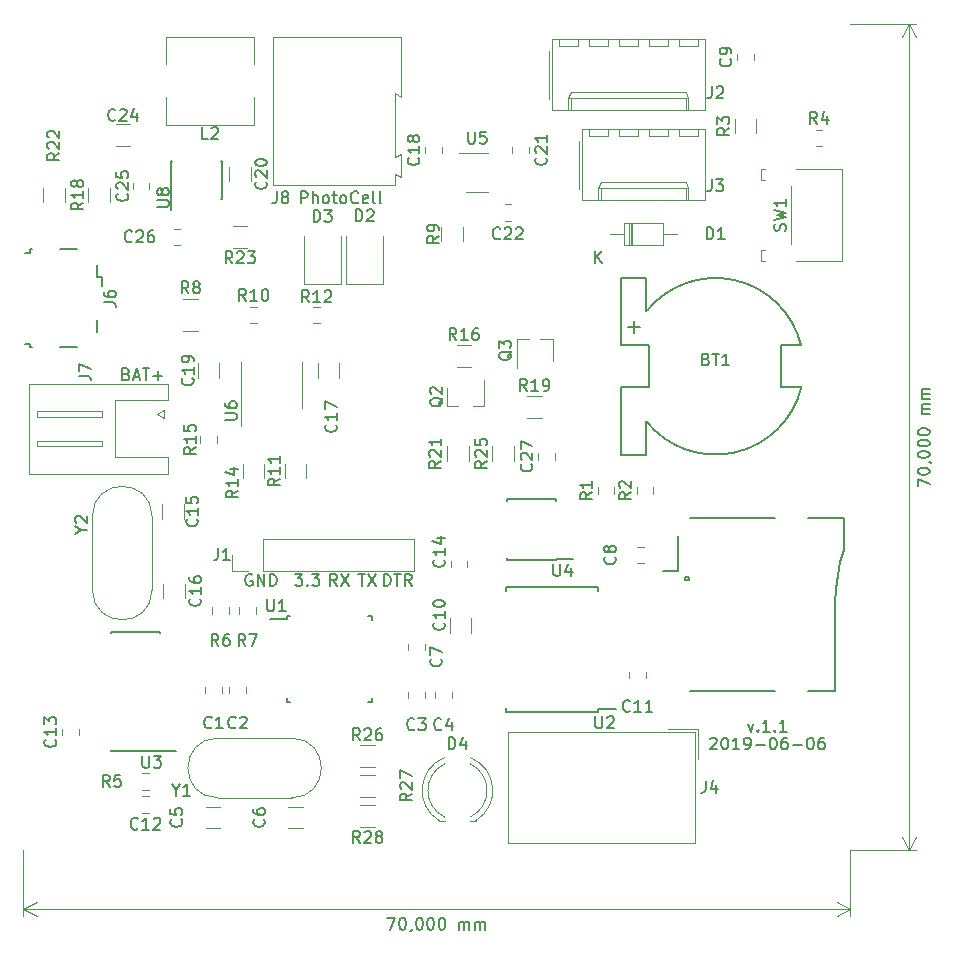
<source format=gbr>
G04 #@! TF.GenerationSoftware,KiCad,Pcbnew,(6.0.0-rc1-dev-1491-g0a4812be0)*
G04 #@! TF.CreationDate,2019-06-06T13:34:42+02:00
G04 #@! TF.ProjectId,datalogger,64617461-6c6f-4676-9765-722e6b696361,v. 1.1*
G04 #@! TF.SameCoordinates,Original*
G04 #@! TF.FileFunction,Legend,Top*
G04 #@! TF.FilePolarity,Positive*
%FSLAX46Y46*%
G04 Gerber Fmt 4.6, Leading zero omitted, Abs format (unit mm)*
G04 Created by KiCad (PCBNEW (6.0.0-rc1-dev-1491-g0a4812be0)) date 2019-06-06 13:34:42*
%MOMM*%
%LPD*%
G04 APERTURE LIST*
%ADD10C,0.150000*%
%ADD11C,0.120000*%
G04 APERTURE END LIST*
D10*
X148142857Y-110547619D02*
X148190476Y-110500000D01*
X148285714Y-110452380D01*
X148523809Y-110452380D01*
X148619047Y-110500000D01*
X148666666Y-110547619D01*
X148714285Y-110642857D01*
X148714285Y-110738095D01*
X148666666Y-110880952D01*
X148095238Y-111452380D01*
X148714285Y-111452380D01*
X149333333Y-110452380D02*
X149428571Y-110452380D01*
X149523809Y-110500000D01*
X149571428Y-110547619D01*
X149619047Y-110642857D01*
X149666666Y-110833333D01*
X149666666Y-111071428D01*
X149619047Y-111261904D01*
X149571428Y-111357142D01*
X149523809Y-111404761D01*
X149428571Y-111452380D01*
X149333333Y-111452380D01*
X149238095Y-111404761D01*
X149190476Y-111357142D01*
X149142857Y-111261904D01*
X149095238Y-111071428D01*
X149095238Y-110833333D01*
X149142857Y-110642857D01*
X149190476Y-110547619D01*
X149238095Y-110500000D01*
X149333333Y-110452380D01*
X150619047Y-111452380D02*
X150047619Y-111452380D01*
X150333333Y-111452380D02*
X150333333Y-110452380D01*
X150238095Y-110595238D01*
X150142857Y-110690476D01*
X150047619Y-110738095D01*
X151095238Y-111452380D02*
X151285714Y-111452380D01*
X151380952Y-111404761D01*
X151428571Y-111357142D01*
X151523809Y-111214285D01*
X151571428Y-111023809D01*
X151571428Y-110642857D01*
X151523809Y-110547619D01*
X151476190Y-110500000D01*
X151380952Y-110452380D01*
X151190476Y-110452380D01*
X151095238Y-110500000D01*
X151047619Y-110547619D01*
X151000000Y-110642857D01*
X151000000Y-110880952D01*
X151047619Y-110976190D01*
X151095238Y-111023809D01*
X151190476Y-111071428D01*
X151380952Y-111071428D01*
X151476190Y-111023809D01*
X151523809Y-110976190D01*
X151571428Y-110880952D01*
X152000000Y-111071428D02*
X152761904Y-111071428D01*
X153428571Y-110452380D02*
X153523809Y-110452380D01*
X153619047Y-110500000D01*
X153666666Y-110547619D01*
X153714285Y-110642857D01*
X153761904Y-110833333D01*
X153761904Y-111071428D01*
X153714285Y-111261904D01*
X153666666Y-111357142D01*
X153619047Y-111404761D01*
X153523809Y-111452380D01*
X153428571Y-111452380D01*
X153333333Y-111404761D01*
X153285714Y-111357142D01*
X153238095Y-111261904D01*
X153190476Y-111071428D01*
X153190476Y-110833333D01*
X153238095Y-110642857D01*
X153285714Y-110547619D01*
X153333333Y-110500000D01*
X153428571Y-110452380D01*
X154619047Y-110452380D02*
X154428571Y-110452380D01*
X154333333Y-110500000D01*
X154285714Y-110547619D01*
X154190476Y-110690476D01*
X154142857Y-110880952D01*
X154142857Y-111261904D01*
X154190476Y-111357142D01*
X154238095Y-111404761D01*
X154333333Y-111452380D01*
X154523809Y-111452380D01*
X154619047Y-111404761D01*
X154666666Y-111357142D01*
X154714285Y-111261904D01*
X154714285Y-111023809D01*
X154666666Y-110928571D01*
X154619047Y-110880952D01*
X154523809Y-110833333D01*
X154333333Y-110833333D01*
X154238095Y-110880952D01*
X154190476Y-110928571D01*
X154142857Y-111023809D01*
X155142857Y-111071428D02*
X155904761Y-111071428D01*
X156571428Y-110452380D02*
X156666666Y-110452380D01*
X156761904Y-110500000D01*
X156809523Y-110547619D01*
X156857142Y-110642857D01*
X156904761Y-110833333D01*
X156904761Y-111071428D01*
X156857142Y-111261904D01*
X156809523Y-111357142D01*
X156761904Y-111404761D01*
X156666666Y-111452380D01*
X156571428Y-111452380D01*
X156476190Y-111404761D01*
X156428571Y-111357142D01*
X156380952Y-111261904D01*
X156333333Y-111071428D01*
X156333333Y-110833333D01*
X156380952Y-110642857D01*
X156428571Y-110547619D01*
X156476190Y-110500000D01*
X156571428Y-110452380D01*
X157761904Y-110452380D02*
X157571428Y-110452380D01*
X157476190Y-110500000D01*
X157428571Y-110547619D01*
X157333333Y-110690476D01*
X157285714Y-110880952D01*
X157285714Y-111261904D01*
X157333333Y-111357142D01*
X157380952Y-111404761D01*
X157476190Y-111452380D01*
X157666666Y-111452380D01*
X157761904Y-111404761D01*
X157809523Y-111357142D01*
X157857142Y-111261904D01*
X157857142Y-111023809D01*
X157809523Y-110928571D01*
X157761904Y-110880952D01*
X157666666Y-110833333D01*
X157476190Y-110833333D01*
X157380952Y-110880952D01*
X157333333Y-110928571D01*
X157285714Y-111023809D01*
X151333333Y-109285714D02*
X151571428Y-109952380D01*
X151809523Y-109285714D01*
X152190476Y-109857142D02*
X152238095Y-109904761D01*
X152190476Y-109952380D01*
X152142857Y-109904761D01*
X152190476Y-109857142D01*
X152190476Y-109952380D01*
X153190476Y-109952380D02*
X152619047Y-109952380D01*
X152904761Y-109952380D02*
X152904761Y-108952380D01*
X152809523Y-109095238D01*
X152714285Y-109190476D01*
X152619047Y-109238095D01*
X153619047Y-109857142D02*
X153666666Y-109904761D01*
X153619047Y-109952380D01*
X153571428Y-109904761D01*
X153619047Y-109857142D01*
X153619047Y-109952380D01*
X154619047Y-109952380D02*
X154047619Y-109952380D01*
X154333333Y-109952380D02*
X154333333Y-108952380D01*
X154238095Y-109095238D01*
X154142857Y-109190476D01*
X154047619Y-109238095D01*
X98718857Y-79684571D02*
X98861714Y-79732190D01*
X98909333Y-79779809D01*
X98956952Y-79875047D01*
X98956952Y-80017904D01*
X98909333Y-80113142D01*
X98861714Y-80160761D01*
X98766476Y-80208380D01*
X98385523Y-80208380D01*
X98385523Y-79208380D01*
X98718857Y-79208380D01*
X98814095Y-79256000D01*
X98861714Y-79303619D01*
X98909333Y-79398857D01*
X98909333Y-79494095D01*
X98861714Y-79589333D01*
X98814095Y-79636952D01*
X98718857Y-79684571D01*
X98385523Y-79684571D01*
X99337904Y-79922666D02*
X99814095Y-79922666D01*
X99242666Y-80208380D02*
X99576000Y-79208380D01*
X99909333Y-80208380D01*
X100099809Y-79208380D02*
X100671238Y-79208380D01*
X100385523Y-80208380D02*
X100385523Y-79208380D01*
X101004571Y-79827428D02*
X101766476Y-79827428D01*
X101385523Y-80208380D02*
X101385523Y-79446476D01*
X120523142Y-97607380D02*
X120523142Y-96607380D01*
X120761238Y-96607380D01*
X120904095Y-96655000D01*
X120999333Y-96750238D01*
X121046952Y-96845476D01*
X121094571Y-97035952D01*
X121094571Y-97178809D01*
X121046952Y-97369285D01*
X120999333Y-97464523D01*
X120904095Y-97559761D01*
X120761238Y-97607380D01*
X120523142Y-97607380D01*
X121380285Y-96607380D02*
X121951714Y-96607380D01*
X121666000Y-97607380D02*
X121666000Y-96607380D01*
X122856476Y-97607380D02*
X122523142Y-97131190D01*
X122285047Y-97607380D02*
X122285047Y-96607380D01*
X122666000Y-96607380D01*
X122761238Y-96655000D01*
X122808857Y-96702619D01*
X122856476Y-96797857D01*
X122856476Y-96940714D01*
X122808857Y-97035952D01*
X122761238Y-97083571D01*
X122666000Y-97131190D01*
X122285047Y-97131190D01*
X109347095Y-96655000D02*
X109251857Y-96607380D01*
X109109000Y-96607380D01*
X108966142Y-96655000D01*
X108870904Y-96750238D01*
X108823285Y-96845476D01*
X108775666Y-97035952D01*
X108775666Y-97178809D01*
X108823285Y-97369285D01*
X108870904Y-97464523D01*
X108966142Y-97559761D01*
X109109000Y-97607380D01*
X109204238Y-97607380D01*
X109347095Y-97559761D01*
X109394714Y-97512142D01*
X109394714Y-97178809D01*
X109204238Y-97178809D01*
X109823285Y-97607380D02*
X109823285Y-96607380D01*
X110394714Y-97607380D01*
X110394714Y-96607380D01*
X110870904Y-97607380D02*
X110870904Y-96607380D01*
X111109000Y-96607380D01*
X111251857Y-96655000D01*
X111347095Y-96750238D01*
X111394714Y-96845476D01*
X111442333Y-97035952D01*
X111442333Y-97178809D01*
X111394714Y-97369285D01*
X111347095Y-97464523D01*
X111251857Y-97559761D01*
X111109000Y-97607380D01*
X110870904Y-97607380D01*
X112998380Y-96607380D02*
X113617428Y-96607380D01*
X113284095Y-96988333D01*
X113426952Y-96988333D01*
X113522190Y-97035952D01*
X113569809Y-97083571D01*
X113617428Y-97178809D01*
X113617428Y-97416904D01*
X113569809Y-97512142D01*
X113522190Y-97559761D01*
X113426952Y-97607380D01*
X113141238Y-97607380D01*
X113046000Y-97559761D01*
X112998380Y-97512142D01*
X114046000Y-97512142D02*
X114093619Y-97559761D01*
X114046000Y-97607380D01*
X113998380Y-97559761D01*
X114046000Y-97512142D01*
X114046000Y-97607380D01*
X114426952Y-96607380D02*
X115046000Y-96607380D01*
X114712666Y-96988333D01*
X114855523Y-96988333D01*
X114950761Y-97035952D01*
X114998380Y-97083571D01*
X115046000Y-97178809D01*
X115046000Y-97416904D01*
X114998380Y-97512142D01*
X114950761Y-97559761D01*
X114855523Y-97607380D01*
X114569809Y-97607380D01*
X114474571Y-97559761D01*
X114426952Y-97512142D01*
X118364095Y-96607380D02*
X118935523Y-96607380D01*
X118649809Y-97607380D02*
X118649809Y-96607380D01*
X119173619Y-96607380D02*
X119840285Y-97607380D01*
X119840285Y-96607380D02*
X119173619Y-97607380D01*
X116546333Y-97607380D02*
X116213000Y-97131190D01*
X115974904Y-97607380D02*
X115974904Y-96607380D01*
X116355857Y-96607380D01*
X116451095Y-96655000D01*
X116498714Y-96702619D01*
X116546333Y-96797857D01*
X116546333Y-96940714D01*
X116498714Y-97035952D01*
X116451095Y-97083571D01*
X116355857Y-97131190D01*
X115974904Y-97131190D01*
X116879666Y-96607380D02*
X117546333Y-97607380D01*
X117546333Y-96607380D02*
X116879666Y-97607380D01*
X165722380Y-89190476D02*
X165722380Y-88523809D01*
X166722380Y-88952380D01*
X165722380Y-87952380D02*
X165722380Y-87857142D01*
X165770000Y-87761904D01*
X165817619Y-87714285D01*
X165912857Y-87666666D01*
X166103333Y-87619047D01*
X166341428Y-87619047D01*
X166531904Y-87666666D01*
X166627142Y-87714285D01*
X166674761Y-87761904D01*
X166722380Y-87857142D01*
X166722380Y-87952380D01*
X166674761Y-88047619D01*
X166627142Y-88095238D01*
X166531904Y-88142857D01*
X166341428Y-88190476D01*
X166103333Y-88190476D01*
X165912857Y-88142857D01*
X165817619Y-88095238D01*
X165770000Y-88047619D01*
X165722380Y-87952380D01*
X166674761Y-87142857D02*
X166722380Y-87142857D01*
X166817619Y-87190476D01*
X166865238Y-87238095D01*
X165722380Y-86523809D02*
X165722380Y-86428571D01*
X165770000Y-86333333D01*
X165817619Y-86285714D01*
X165912857Y-86238095D01*
X166103333Y-86190476D01*
X166341428Y-86190476D01*
X166531904Y-86238095D01*
X166627142Y-86285714D01*
X166674761Y-86333333D01*
X166722380Y-86428571D01*
X166722380Y-86523809D01*
X166674761Y-86619047D01*
X166627142Y-86666666D01*
X166531904Y-86714285D01*
X166341428Y-86761904D01*
X166103333Y-86761904D01*
X165912857Y-86714285D01*
X165817619Y-86666666D01*
X165770000Y-86619047D01*
X165722380Y-86523809D01*
X165722380Y-85571428D02*
X165722380Y-85476190D01*
X165770000Y-85380952D01*
X165817619Y-85333333D01*
X165912857Y-85285714D01*
X166103333Y-85238095D01*
X166341428Y-85238095D01*
X166531904Y-85285714D01*
X166627142Y-85333333D01*
X166674761Y-85380952D01*
X166722380Y-85476190D01*
X166722380Y-85571428D01*
X166674761Y-85666666D01*
X166627142Y-85714285D01*
X166531904Y-85761904D01*
X166341428Y-85809523D01*
X166103333Y-85809523D01*
X165912857Y-85761904D01*
X165817619Y-85714285D01*
X165770000Y-85666666D01*
X165722380Y-85571428D01*
X165722380Y-84619047D02*
X165722380Y-84523809D01*
X165770000Y-84428571D01*
X165817619Y-84380952D01*
X165912857Y-84333333D01*
X166103333Y-84285714D01*
X166341428Y-84285714D01*
X166531904Y-84333333D01*
X166627142Y-84380952D01*
X166674761Y-84428571D01*
X166722380Y-84523809D01*
X166722380Y-84619047D01*
X166674761Y-84714285D01*
X166627142Y-84761904D01*
X166531904Y-84809523D01*
X166341428Y-84857142D01*
X166103333Y-84857142D01*
X165912857Y-84809523D01*
X165817619Y-84761904D01*
X165770000Y-84714285D01*
X165722380Y-84619047D01*
X166722380Y-83095238D02*
X166055714Y-83095238D01*
X166150952Y-83095238D02*
X166103333Y-83047619D01*
X166055714Y-82952380D01*
X166055714Y-82809523D01*
X166103333Y-82714285D01*
X166198571Y-82666666D01*
X166722380Y-82666666D01*
X166198571Y-82666666D02*
X166103333Y-82619047D01*
X166055714Y-82523809D01*
X166055714Y-82380952D01*
X166103333Y-82285714D01*
X166198571Y-82238095D01*
X166722380Y-82238095D01*
X166722380Y-81761904D02*
X166055714Y-81761904D01*
X166150952Y-81761904D02*
X166103333Y-81714285D01*
X166055714Y-81619047D01*
X166055714Y-81476190D01*
X166103333Y-81380952D01*
X166198571Y-81333333D01*
X166722380Y-81333333D01*
X166198571Y-81333333D02*
X166103333Y-81285714D01*
X166055714Y-81190476D01*
X166055714Y-81047619D01*
X166103333Y-80952380D01*
X166198571Y-80904761D01*
X166722380Y-80904761D01*
D11*
X165000000Y-120000000D02*
X165000000Y-50000000D01*
X160000000Y-120000000D02*
X165586421Y-120000000D01*
X160000000Y-50000000D02*
X165586421Y-50000000D01*
X165000000Y-50000000D02*
X165586421Y-51126504D01*
X165000000Y-50000000D02*
X164413579Y-51126504D01*
X165000000Y-120000000D02*
X165586421Y-118873496D01*
X165000000Y-120000000D02*
X164413579Y-118873496D01*
D10*
X120809523Y-125722380D02*
X121476190Y-125722380D01*
X121047619Y-126722380D01*
X122047619Y-125722380D02*
X122142857Y-125722380D01*
X122238095Y-125770000D01*
X122285714Y-125817619D01*
X122333333Y-125912857D01*
X122380952Y-126103333D01*
X122380952Y-126341428D01*
X122333333Y-126531904D01*
X122285714Y-126627142D01*
X122238095Y-126674761D01*
X122142857Y-126722380D01*
X122047619Y-126722380D01*
X121952380Y-126674761D01*
X121904761Y-126627142D01*
X121857142Y-126531904D01*
X121809523Y-126341428D01*
X121809523Y-126103333D01*
X121857142Y-125912857D01*
X121904761Y-125817619D01*
X121952380Y-125770000D01*
X122047619Y-125722380D01*
X122857142Y-126674761D02*
X122857142Y-126722380D01*
X122809523Y-126817619D01*
X122761904Y-126865238D01*
X123476190Y-125722380D02*
X123571428Y-125722380D01*
X123666666Y-125770000D01*
X123714285Y-125817619D01*
X123761904Y-125912857D01*
X123809523Y-126103333D01*
X123809523Y-126341428D01*
X123761904Y-126531904D01*
X123714285Y-126627142D01*
X123666666Y-126674761D01*
X123571428Y-126722380D01*
X123476190Y-126722380D01*
X123380952Y-126674761D01*
X123333333Y-126627142D01*
X123285714Y-126531904D01*
X123238095Y-126341428D01*
X123238095Y-126103333D01*
X123285714Y-125912857D01*
X123333333Y-125817619D01*
X123380952Y-125770000D01*
X123476190Y-125722380D01*
X124428571Y-125722380D02*
X124523809Y-125722380D01*
X124619047Y-125770000D01*
X124666666Y-125817619D01*
X124714285Y-125912857D01*
X124761904Y-126103333D01*
X124761904Y-126341428D01*
X124714285Y-126531904D01*
X124666666Y-126627142D01*
X124619047Y-126674761D01*
X124523809Y-126722380D01*
X124428571Y-126722380D01*
X124333333Y-126674761D01*
X124285714Y-126627142D01*
X124238095Y-126531904D01*
X124190476Y-126341428D01*
X124190476Y-126103333D01*
X124238095Y-125912857D01*
X124285714Y-125817619D01*
X124333333Y-125770000D01*
X124428571Y-125722380D01*
X125380952Y-125722380D02*
X125476190Y-125722380D01*
X125571428Y-125770000D01*
X125619047Y-125817619D01*
X125666666Y-125912857D01*
X125714285Y-126103333D01*
X125714285Y-126341428D01*
X125666666Y-126531904D01*
X125619047Y-126627142D01*
X125571428Y-126674761D01*
X125476190Y-126722380D01*
X125380952Y-126722380D01*
X125285714Y-126674761D01*
X125238095Y-126627142D01*
X125190476Y-126531904D01*
X125142857Y-126341428D01*
X125142857Y-126103333D01*
X125190476Y-125912857D01*
X125238095Y-125817619D01*
X125285714Y-125770000D01*
X125380952Y-125722380D01*
X126904761Y-126722380D02*
X126904761Y-126055714D01*
X126904761Y-126150952D02*
X126952380Y-126103333D01*
X127047619Y-126055714D01*
X127190476Y-126055714D01*
X127285714Y-126103333D01*
X127333333Y-126198571D01*
X127333333Y-126722380D01*
X127333333Y-126198571D02*
X127380952Y-126103333D01*
X127476190Y-126055714D01*
X127619047Y-126055714D01*
X127714285Y-126103333D01*
X127761904Y-126198571D01*
X127761904Y-126722380D01*
X128238095Y-126722380D02*
X128238095Y-126055714D01*
X128238095Y-126150952D02*
X128285714Y-126103333D01*
X128380952Y-126055714D01*
X128523809Y-126055714D01*
X128619047Y-126103333D01*
X128666666Y-126198571D01*
X128666666Y-126722380D01*
X128666666Y-126198571D02*
X128714285Y-126103333D01*
X128809523Y-126055714D01*
X128952380Y-126055714D01*
X129047619Y-126103333D01*
X129095238Y-126198571D01*
X129095238Y-126722380D01*
D11*
X90000000Y-125000000D02*
X160000000Y-125000000D01*
X90000000Y-120000000D02*
X90000000Y-125586421D01*
X160000000Y-120000000D02*
X160000000Y-125586421D01*
X160000000Y-125000000D02*
X158873496Y-125586421D01*
X160000000Y-125000000D02*
X158873496Y-124413579D01*
X90000000Y-125000000D02*
X91126504Y-125586421D01*
X90000000Y-125000000D02*
X91126504Y-124413579D01*
D10*
X141732000Y-76206000D02*
X141732000Y-75190000D01*
X142240000Y-75698000D02*
X141224000Y-75698000D01*
X140589000Y-80778000D02*
X141351001Y-80777999D01*
X140589000Y-86493000D02*
X140589000Y-80778000D01*
X140589000Y-77222000D02*
X141351001Y-77222000D01*
X140589000Y-71507000D02*
X140589000Y-77222000D01*
X142748000Y-71507000D02*
X142748000Y-74301000D01*
X140589000Y-71507000D02*
X142748000Y-71507000D01*
X142748000Y-86493000D02*
X142748000Y-83699000D01*
X140589000Y-86493000D02*
X142748000Y-86493000D01*
X155828999Y-80778000D02*
X154178000Y-80778000D01*
X155828999Y-77222001D02*
X154178000Y-77222000D01*
X142781624Y-74328046D02*
G75*
G02X155828999Y-77222001I5808376J-4671954D01*
G01*
X155870905Y-80788294D02*
G75*
G02X142748000Y-83699000I-7280905J1788294D01*
G01*
X143002000Y-77222000D02*
X141351000Y-77222000D01*
X143002000Y-80778000D02*
X143002000Y-77222000D01*
X142875000Y-80778000D02*
X143002000Y-80778000D01*
X141351000Y-80778000D02*
X142875000Y-80778000D01*
X154178000Y-80778000D02*
X154178000Y-77222000D01*
D11*
X129305001Y-61005001D02*
X126855001Y-61005001D01*
X127505001Y-64225001D02*
X129305001Y-64225001D01*
X125391500Y-67215936D02*
X125391500Y-68420064D01*
X127211500Y-67215936D02*
X127211500Y-68420064D01*
X130738748Y-66710000D02*
X131261252Y-66710000D01*
X130738748Y-65290000D02*
X131261252Y-65290000D01*
X132790000Y-60967252D02*
X132790000Y-60444748D01*
X131370000Y-60967252D02*
X131370000Y-60444748D01*
X125424000Y-60967252D02*
X125424000Y-60444748D01*
X124004000Y-60967252D02*
X124004000Y-60444748D01*
D10*
X102523000Y-64871000D02*
X102523000Y-65796000D01*
X106773000Y-64871000D02*
X106773000Y-61621000D01*
X102523000Y-64871000D02*
X102523000Y-61621000D01*
X106773000Y-64871000D02*
X106708000Y-64871000D01*
X106773000Y-61621000D02*
X106708000Y-61621000D01*
X102523000Y-61621000D02*
X102588000Y-61621000D01*
D11*
X119728064Y-118004000D02*
X118523936Y-118004000D01*
X119728064Y-116184000D02*
X118523936Y-116184000D01*
X119728064Y-115464000D02*
X118523936Y-115464000D01*
X119728064Y-113644000D02*
X118523936Y-113644000D01*
X119728064Y-112924000D02*
X118523936Y-112924000D01*
X119728064Y-111104000D02*
X118523936Y-111104000D01*
X125665173Y-112147185D02*
G75*
G03X125201170Y-117495000I1080827J-2787815D01*
G01*
X127826827Y-112147185D02*
G75*
G02X128290830Y-117495000I-1080827J-2787815D01*
G01*
X125665571Y-112680521D02*
G75*
G03X125666000Y-117189684I1080429J-2254479D01*
G01*
X127826429Y-112680521D02*
G75*
G02X127826000Y-117189684I-1080429J-2254479D01*
G01*
X125201000Y-117495000D02*
X125666000Y-117495000D01*
X127826000Y-117495000D02*
X128291000Y-117495000D01*
X103653000Y-98646064D02*
X103653000Y-97441936D01*
X101833000Y-98646064D02*
X101833000Y-97441936D01*
D10*
X158748000Y-106537000D02*
X158748000Y-99187000D01*
X158748000Y-99187000D02*
X158798000Y-97837000D01*
X158798000Y-97837000D02*
X158948000Y-96687000D01*
X158948000Y-96687000D02*
X159148000Y-95587000D01*
X159148000Y-95587000D02*
X159448000Y-94537000D01*
X145448000Y-96387000D02*
X144148000Y-96387000D01*
X153648000Y-106537000D02*
X146448000Y-106537000D01*
X156448000Y-106537000D02*
X158748000Y-106537000D01*
X159448000Y-94537000D02*
X159448000Y-91837000D01*
X159448000Y-91837000D02*
X156448000Y-91837000D01*
X146448000Y-91837000D02*
X153648000Y-91837000D01*
X146048000Y-96837000D02*
X146048000Y-97137000D01*
X146048000Y-97137000D02*
X146348000Y-97137000D01*
X146348000Y-97137000D02*
X146348000Y-96837000D01*
X146348000Y-96837000D02*
X146048000Y-96837000D01*
X145448000Y-96387000D02*
X145448000Y-93387000D01*
X96253000Y-75079000D02*
X96253000Y-76079000D01*
X96253000Y-71479000D02*
X96253000Y-70479000D01*
X96678000Y-71479000D02*
X96253000Y-71479000D01*
X96678000Y-72204000D02*
X96678000Y-71479000D01*
X93103000Y-77429000D02*
X94503000Y-77429000D01*
X90553000Y-77429000D02*
X90703000Y-77429000D01*
X90553000Y-77129000D02*
X90553000Y-77429000D01*
X90103000Y-77129000D02*
X90553000Y-77129000D01*
X90553000Y-69429000D02*
X90103000Y-69429000D01*
X90553000Y-69129000D02*
X90553000Y-69429000D01*
X90703000Y-69129000D02*
X90553000Y-69129000D01*
X94503000Y-69129000D02*
X93103000Y-69129000D01*
D11*
X131513000Y-87014064D02*
X131513000Y-85809936D01*
X129693000Y-87014064D02*
X129693000Y-85809936D01*
X107728936Y-68982000D02*
X108933064Y-68982000D01*
X107728936Y-67162000D02*
X108933064Y-67162000D01*
X102091000Y-58564000D02*
X102091000Y-56264000D01*
X109491000Y-58564000D02*
X102091000Y-58564000D01*
X109491000Y-56264000D02*
X109491000Y-58564000D01*
X109491000Y-51164000D02*
X109491000Y-53464000D01*
X102091000Y-51164000D02*
X109491000Y-51164000D01*
X102091000Y-53464000D02*
X102091000Y-51164000D01*
X121992000Y-51104000D02*
X111142000Y-51104000D01*
X121992000Y-56204000D02*
X121992000Y-51104000D01*
X121492000Y-55904000D02*
X121992000Y-56204000D01*
X121492000Y-61304000D02*
X121492000Y-55904000D01*
X121992000Y-61054000D02*
X121492000Y-61304000D01*
X121992000Y-61104000D02*
X121992000Y-61054000D01*
X121992000Y-63004000D02*
X121992000Y-61104000D01*
X121492000Y-62754000D02*
X121992000Y-63004000D01*
X121492000Y-63704000D02*
X121492000Y-62754000D01*
X111142000Y-63704000D02*
X121492000Y-63704000D01*
X111142000Y-51104000D02*
X111142000Y-63704000D01*
X101922000Y-83358000D02*
X101322000Y-83058000D01*
X101922000Y-82758000D02*
X101922000Y-83358000D01*
X101322000Y-83058000D02*
X101922000Y-82758000D01*
X96622000Y-85808000D02*
X96622000Y-85308000D01*
X91122000Y-85808000D02*
X96622000Y-85808000D01*
X91122000Y-85308000D02*
X91122000Y-85808000D01*
X96622000Y-85308000D02*
X91122000Y-85308000D01*
X96622000Y-83308000D02*
X96622000Y-82808000D01*
X91122000Y-83308000D02*
X96622000Y-83308000D01*
X91122000Y-82808000D02*
X91122000Y-83308000D01*
X96622000Y-82808000D02*
X91122000Y-82808000D01*
X97732000Y-86698000D02*
X97732000Y-84308000D01*
X102232000Y-86698000D02*
X97732000Y-86698000D01*
X102232000Y-88118000D02*
X102232000Y-86698000D01*
X90512000Y-88118000D02*
X102232000Y-88118000D01*
X90512000Y-84308000D02*
X90512000Y-88118000D01*
X97732000Y-81918000D02*
X97732000Y-84308000D01*
X102232000Y-81918000D02*
X97732000Y-81918000D01*
X102232000Y-80498000D02*
X102232000Y-81918000D01*
X90512000Y-80498000D02*
X102232000Y-80498000D01*
X90512000Y-84308000D02*
X90512000Y-80498000D01*
X134996000Y-86927252D02*
X134996000Y-86404748D01*
X133576000Y-86927252D02*
X133576000Y-86404748D01*
X102738422Y-68782000D02*
X103255578Y-68782000D01*
X102738422Y-67362000D02*
X103255578Y-67362000D01*
X99239000Y-63495422D02*
X99239000Y-64012578D01*
X100659000Y-63495422D02*
X100659000Y-64012578D01*
X99027064Y-58526000D02*
X97822936Y-58526000D01*
X99027064Y-60346000D02*
X97822936Y-60346000D01*
X107421000Y-62135936D02*
X107421000Y-63340064D01*
X109241000Y-62135936D02*
X109241000Y-63340064D01*
X95836500Y-97957500D02*
G75*
G03X100886500Y-97957500I2525000J0D01*
G01*
X95836500Y-91707500D02*
G75*
G02X100886500Y-91707500I2525000J0D01*
G01*
X95836500Y-91707500D02*
X95836500Y-97957500D01*
X100886500Y-91707500D02*
X100886500Y-97957500D01*
X106449000Y-110505000D02*
G75*
G03X106449000Y-115555000I0J-2525000D01*
G01*
X112699000Y-110505000D02*
G75*
G02X112699000Y-115555000I0J-2525000D01*
G01*
X112699000Y-110505000D02*
X106449000Y-110505000D01*
X112699000Y-115555000D02*
X106449000Y-115555000D01*
X113558000Y-82595000D02*
X113558000Y-78695000D01*
X108438000Y-84095000D02*
X108438000Y-78695000D01*
D10*
X135093000Y-95340500D02*
X136493000Y-95340500D01*
X135093000Y-90240500D02*
X130943000Y-90240500D01*
X135093000Y-95390500D02*
X130943000Y-95390500D01*
X135093000Y-90240500D02*
X135093000Y-90385500D01*
X130943000Y-90240500D02*
X130943000Y-90385500D01*
X130943000Y-95390500D02*
X130943000Y-95245500D01*
X135093000Y-95390500D02*
X135093000Y-95340500D01*
X101579500Y-111603000D02*
X102954500Y-111603000D01*
X101579500Y-101478000D02*
X97429500Y-101478000D01*
X101579500Y-111628000D02*
X97429500Y-111628000D01*
X101579500Y-101478000D02*
X101579500Y-101583000D01*
X97429500Y-101478000D02*
X97429500Y-101583000D01*
X97429500Y-111628000D02*
X97429500Y-111523000D01*
X101579500Y-111628000D02*
X101579500Y-111603000D01*
X138622000Y-108047000D02*
X140147000Y-108047000D01*
X138622000Y-97672000D02*
X130872000Y-97672000D01*
X138622000Y-108322000D02*
X130872000Y-108322000D01*
X138622000Y-97672000D02*
X138622000Y-98027000D01*
X130872000Y-97672000D02*
X130872000Y-98027000D01*
X130872000Y-108322000D02*
X130872000Y-107967000D01*
X138622000Y-108322000D02*
X138622000Y-108047000D01*
X112275000Y-100384000D02*
X110850000Y-100384000D01*
X119525000Y-100159000D02*
X119200000Y-100159000D01*
X119525000Y-107409000D02*
X119200000Y-107409000D01*
X112275000Y-107409000D02*
X112600000Y-107409000D01*
X112275000Y-100159000D02*
X112600000Y-100159000D01*
X112275000Y-107409000D02*
X112275000Y-107084000D01*
X119525000Y-107409000D02*
X119525000Y-107084000D01*
X119525000Y-100159000D02*
X119525000Y-100484000D01*
X112275000Y-100159000D02*
X112275000Y-100384000D01*
D11*
X152772000Y-62335500D02*
X152472000Y-62335500D01*
X152472000Y-63225500D02*
X152822000Y-63225500D01*
X152472000Y-63225500D02*
X152472000Y-62335500D01*
X155022000Y-63715500D02*
X155022000Y-68695500D01*
X159262000Y-62335500D02*
X155412000Y-62335500D01*
X159262000Y-70075500D02*
X159262000Y-62335500D01*
X155412000Y-70075500D02*
X159262000Y-70075500D01*
X152772000Y-70075500D02*
X152472000Y-70075500D01*
X152472000Y-70075500D02*
X152472000Y-69185500D01*
X152472000Y-69185500D02*
X152822000Y-69185500D01*
X93493000Y-65118064D02*
X93493000Y-63913936D01*
X91673000Y-65118064D02*
X91673000Y-63913936D01*
X125883000Y-85809936D02*
X125883000Y-87014064D01*
X127703000Y-85809936D02*
X127703000Y-87014064D01*
X132667936Y-83385000D02*
X133872064Y-83385000D01*
X132667936Y-81565000D02*
X133872064Y-81565000D01*
X95483000Y-63913936D02*
X95483000Y-65118064D01*
X97303000Y-63913936D02*
X97303000Y-65118064D01*
X126698936Y-79067000D02*
X127903064Y-79067000D01*
X126698936Y-77247000D02*
X127903064Y-77247000D01*
X104954000Y-84955748D02*
X104954000Y-85478252D01*
X106374000Y-84955748D02*
X106374000Y-85478252D01*
X108564000Y-87281936D02*
X108564000Y-88486064D01*
X110384000Y-87281936D02*
X110384000Y-88486064D01*
X114546748Y-75386000D02*
X115069252Y-75386000D01*
X114546748Y-73966000D02*
X115069252Y-73966000D01*
X112120000Y-87281936D02*
X112120000Y-88486064D01*
X113940000Y-87281936D02*
X113940000Y-88486064D01*
X109212748Y-75386000D02*
X109735252Y-75386000D01*
X109212748Y-73966000D02*
X109735252Y-73966000D01*
X104742064Y-73316000D02*
X103537936Y-73316000D01*
X104742064Y-76036000D02*
X103537936Y-76036000D01*
X108256000Y-99433748D02*
X108256000Y-99956252D01*
X109676000Y-99433748D02*
X109676000Y-99956252D01*
X105970000Y-99433748D02*
X105970000Y-99956252D01*
X107390000Y-99433748D02*
X107390000Y-99956252D01*
X100068748Y-114883000D02*
X100591252Y-114883000D01*
X100068748Y-113463000D02*
X100591252Y-113463000D01*
X157092748Y-60400000D02*
X157615252Y-60400000D01*
X157092748Y-58980000D02*
X157615252Y-58980000D01*
X152040000Y-59276064D02*
X152040000Y-58071936D01*
X150220000Y-59276064D02*
X150220000Y-58071936D01*
X143331000Y-89796252D02*
X143331000Y-89273748D01*
X141911000Y-89796252D02*
X141911000Y-89273748D01*
X140029000Y-89796252D02*
X140029000Y-89273748D01*
X138609000Y-89796252D02*
X138609000Y-89273748D01*
X131760000Y-76719000D02*
X131760000Y-79149000D01*
X131770000Y-76699000D02*
X132770000Y-76699000D01*
X134820000Y-76699000D02*
X134820000Y-78549000D01*
X133770000Y-76699000D02*
X134820000Y-76699000D01*
X125848000Y-82346000D02*
X125848000Y-80886000D01*
X129008000Y-82346000D02*
X129008000Y-80186000D01*
X129008000Y-82346000D02*
X128078000Y-82346000D01*
X125848000Y-82346000D02*
X126778000Y-82346000D01*
X147078000Y-109756000D02*
X147078000Y-112296000D01*
X147078000Y-109756000D02*
X144538000Y-109756000D01*
X146828000Y-110006000D02*
X146828000Y-119356000D01*
X131048000Y-110006000D02*
X146828000Y-110006000D01*
X131048000Y-119356000D02*
X131048000Y-110006000D01*
X146828000Y-119356000D02*
X131048000Y-119356000D01*
X147104000Y-59546000D02*
X147104000Y-58946000D01*
X145504000Y-59546000D02*
X147104000Y-59546000D01*
X145504000Y-58946000D02*
X145504000Y-59546000D01*
X144564000Y-59546000D02*
X144564000Y-58946000D01*
X142964000Y-59546000D02*
X144564000Y-59546000D01*
X142964000Y-58946000D02*
X142964000Y-59546000D01*
X142024000Y-59546000D02*
X142024000Y-58946000D01*
X140424000Y-59546000D02*
X142024000Y-59546000D01*
X140424000Y-58946000D02*
X140424000Y-59546000D01*
X139484000Y-59546000D02*
X139484000Y-58946000D01*
X137884000Y-59546000D02*
X139484000Y-59546000D01*
X137884000Y-58946000D02*
X137884000Y-59546000D01*
X146054000Y-64966000D02*
X146054000Y-63966000D01*
X138934000Y-64966000D02*
X138934000Y-63966000D01*
X146054000Y-63436000D02*
X146304000Y-63966000D01*
X138934000Y-63436000D02*
X146054000Y-63436000D01*
X138684000Y-63966000D02*
X138934000Y-63436000D01*
X146304000Y-63966000D02*
X146304000Y-64966000D01*
X138684000Y-63966000D02*
X146304000Y-63966000D01*
X138684000Y-64966000D02*
X138684000Y-63966000D01*
X137014000Y-59976000D02*
X137014000Y-63976000D01*
X147684000Y-58946000D02*
X137304000Y-58946000D01*
X147684000Y-64966000D02*
X147684000Y-58946000D01*
X137304000Y-64966000D02*
X147684000Y-64966000D01*
X137304000Y-58946000D02*
X137304000Y-64966000D01*
X147104000Y-51926000D02*
X147104000Y-51326000D01*
X145504000Y-51926000D02*
X147104000Y-51926000D01*
X145504000Y-51326000D02*
X145504000Y-51926000D01*
X144564000Y-51926000D02*
X144564000Y-51326000D01*
X142964000Y-51926000D02*
X144564000Y-51926000D01*
X142964000Y-51326000D02*
X142964000Y-51926000D01*
X142024000Y-51926000D02*
X142024000Y-51326000D01*
X140424000Y-51926000D02*
X142024000Y-51926000D01*
X140424000Y-51326000D02*
X140424000Y-51926000D01*
X139484000Y-51926000D02*
X139484000Y-51326000D01*
X137884000Y-51926000D02*
X139484000Y-51926000D01*
X137884000Y-51326000D02*
X137884000Y-51926000D01*
X136944000Y-51926000D02*
X136944000Y-51326000D01*
X135344000Y-51926000D02*
X136944000Y-51926000D01*
X135344000Y-51326000D02*
X135344000Y-51926000D01*
X146054000Y-57346000D02*
X146054000Y-56346000D01*
X136394000Y-57346000D02*
X136394000Y-56346000D01*
X146054000Y-55816000D02*
X146304000Y-56346000D01*
X136394000Y-55816000D02*
X146054000Y-55816000D01*
X136144000Y-56346000D02*
X136394000Y-55816000D01*
X146304000Y-56346000D02*
X146304000Y-57346000D01*
X136144000Y-56346000D02*
X146304000Y-56346000D01*
X136144000Y-57346000D02*
X136144000Y-56346000D01*
X134474000Y-52356000D02*
X134474000Y-56356000D01*
X147684000Y-51326000D02*
X134764000Y-51326000D01*
X147684000Y-57346000D02*
X147684000Y-51326000D01*
X134764000Y-57346000D02*
X147684000Y-57346000D01*
X134764000Y-51326000D02*
X134764000Y-57346000D01*
X107670000Y-96330000D02*
X107670000Y-95000000D01*
X109000000Y-96330000D02*
X107670000Y-96330000D01*
X110270000Y-96330000D02*
X110270000Y-93670000D01*
X110270000Y-93670000D02*
X123030000Y-93670000D01*
X110270000Y-96330000D02*
X123030000Y-96330000D01*
X123030000Y-96330000D02*
X123030000Y-93670000D01*
X116901000Y-72056000D02*
X116901000Y-67996000D01*
X113731000Y-72056000D02*
X116901000Y-72056000D01*
X113731000Y-67996000D02*
X113731000Y-72056000D01*
X120457000Y-72056000D02*
X120457000Y-67996000D01*
X117287000Y-72056000D02*
X120457000Y-72056000D01*
X117287000Y-67996000D02*
X117287000Y-72056000D01*
X141310000Y-66898000D02*
X141310000Y-68738000D01*
X141550000Y-66898000D02*
X141550000Y-68738000D01*
X141430000Y-66898000D02*
X141430000Y-68738000D01*
X145314000Y-67818000D02*
X144134000Y-67818000D01*
X139674000Y-67818000D02*
X140854000Y-67818000D01*
X144134000Y-66898000D02*
X140854000Y-66898000D01*
X144134000Y-68738000D02*
X144134000Y-66898000D01*
X140854000Y-68738000D02*
X144134000Y-68738000D01*
X140854000Y-66898000D02*
X140854000Y-68738000D01*
X104754000Y-78772936D02*
X104754000Y-79977064D01*
X106574000Y-78772936D02*
X106574000Y-79977064D01*
X114914000Y-78772936D02*
X114914000Y-79977064D01*
X116734000Y-78772936D02*
X116734000Y-79977064D01*
X101769500Y-90710936D02*
X101769500Y-91915064D01*
X103589500Y-90710936D02*
X103589500Y-91915064D01*
X126163000Y-95496748D02*
X126163000Y-96019252D01*
X127583000Y-95496748D02*
X127583000Y-96019252D01*
X93270000Y-109720748D02*
X93270000Y-110243252D01*
X94690000Y-109720748D02*
X94690000Y-110243252D01*
X100068748Y-116851500D02*
X100591252Y-116851500D01*
X100068748Y-115431500D02*
X100591252Y-115431500D01*
X142696000Y-105417252D02*
X142696000Y-104894748D01*
X141276000Y-105417252D02*
X141276000Y-104894748D01*
X126090000Y-100362936D02*
X126090000Y-101567064D01*
X127910000Y-100362936D02*
X127910000Y-101567064D01*
X151840000Y-53093252D02*
X151840000Y-52570748D01*
X150420000Y-53093252D02*
X150420000Y-52570748D01*
X142501252Y-94286000D02*
X141978748Y-94286000D01*
X142501252Y-95706000D02*
X141978748Y-95706000D01*
X123976000Y-103029252D02*
X123976000Y-102506748D01*
X122556000Y-103029252D02*
X122556000Y-102506748D01*
X112427936Y-118131000D02*
X113632064Y-118131000D01*
X112427936Y-116311000D02*
X113632064Y-116311000D01*
X106647064Y-116311000D02*
X105442936Y-116311000D01*
X106647064Y-118131000D02*
X105442936Y-118131000D01*
X124842000Y-106570748D02*
X124842000Y-107093252D01*
X126262000Y-106570748D02*
X126262000Y-107093252D01*
X123976000Y-107093252D02*
X123976000Y-106570748D01*
X122556000Y-107093252D02*
X122556000Y-106570748D01*
X108835847Y-106698918D02*
X108835847Y-106176414D01*
X107415847Y-106698918D02*
X107415847Y-106176414D01*
X105383847Y-106176414D02*
X105383847Y-106698918D01*
X106803847Y-106176414D02*
X106803847Y-106698918D01*
D10*
X147804285Y-78428571D02*
X147947142Y-78476190D01*
X147994761Y-78523809D01*
X148042380Y-78619047D01*
X148042380Y-78761904D01*
X147994761Y-78857142D01*
X147947142Y-78904761D01*
X147851904Y-78952380D01*
X147470952Y-78952380D01*
X147470952Y-77952380D01*
X147804285Y-77952380D01*
X147899523Y-78000000D01*
X147947142Y-78047619D01*
X147994761Y-78142857D01*
X147994761Y-78238095D01*
X147947142Y-78333333D01*
X147899523Y-78380952D01*
X147804285Y-78428571D01*
X147470952Y-78428571D01*
X148328095Y-77952380D02*
X148899523Y-77952380D01*
X148613809Y-78952380D02*
X148613809Y-77952380D01*
X149756666Y-78952380D02*
X149185238Y-78952380D01*
X149470952Y-78952380D02*
X149470952Y-77952380D01*
X149375714Y-78095238D01*
X149280476Y-78190476D01*
X149185238Y-78238095D01*
X127643096Y-59167381D02*
X127643096Y-59976905D01*
X127690715Y-60072143D01*
X127738334Y-60119762D01*
X127833572Y-60167381D01*
X128024048Y-60167381D01*
X128119286Y-60119762D01*
X128166905Y-60072143D01*
X128214524Y-59976905D01*
X128214524Y-59167381D01*
X129166905Y-59167381D02*
X128690715Y-59167381D01*
X128643096Y-59643572D01*
X128690715Y-59595953D01*
X128785953Y-59548334D01*
X129024048Y-59548334D01*
X129119286Y-59595953D01*
X129166905Y-59643572D01*
X129214524Y-59738810D01*
X129214524Y-59976905D01*
X129166905Y-60072143D01*
X129119286Y-60119762D01*
X129024048Y-60167381D01*
X128785953Y-60167381D01*
X128690715Y-60119762D01*
X128643096Y-60072143D01*
X125166380Y-67984666D02*
X124690190Y-68318000D01*
X125166380Y-68556095D02*
X124166380Y-68556095D01*
X124166380Y-68175142D01*
X124214000Y-68079904D01*
X124261619Y-68032285D01*
X124356857Y-67984666D01*
X124499714Y-67984666D01*
X124594952Y-68032285D01*
X124642571Y-68079904D01*
X124690190Y-68175142D01*
X124690190Y-68556095D01*
X125166380Y-67508476D02*
X125166380Y-67318000D01*
X125118761Y-67222761D01*
X125071142Y-67175142D01*
X124928285Y-67079904D01*
X124737809Y-67032285D01*
X124356857Y-67032285D01*
X124261619Y-67079904D01*
X124214000Y-67127523D01*
X124166380Y-67222761D01*
X124166380Y-67413238D01*
X124214000Y-67508476D01*
X124261619Y-67556095D01*
X124356857Y-67603714D01*
X124594952Y-67603714D01*
X124690190Y-67556095D01*
X124737809Y-67508476D01*
X124785428Y-67413238D01*
X124785428Y-67222761D01*
X124737809Y-67127523D01*
X124690190Y-67079904D01*
X124594952Y-67032285D01*
X130357142Y-68175142D02*
X130309523Y-68222761D01*
X130166666Y-68270380D01*
X130071428Y-68270380D01*
X129928571Y-68222761D01*
X129833333Y-68127523D01*
X129785714Y-68032285D01*
X129738095Y-67841809D01*
X129738095Y-67698952D01*
X129785714Y-67508476D01*
X129833333Y-67413238D01*
X129928571Y-67318000D01*
X130071428Y-67270380D01*
X130166666Y-67270380D01*
X130309523Y-67318000D01*
X130357142Y-67365619D01*
X130738095Y-67365619D02*
X130785714Y-67318000D01*
X130880952Y-67270380D01*
X131119047Y-67270380D01*
X131214285Y-67318000D01*
X131261904Y-67365619D01*
X131309523Y-67460857D01*
X131309523Y-67556095D01*
X131261904Y-67698952D01*
X130690476Y-68270380D01*
X131309523Y-68270380D01*
X131690476Y-67365619D02*
X131738095Y-67318000D01*
X131833333Y-67270380D01*
X132071428Y-67270380D01*
X132166666Y-67318000D01*
X132214285Y-67365619D01*
X132261904Y-67460857D01*
X132261904Y-67556095D01*
X132214285Y-67698952D01*
X131642857Y-68270380D01*
X132261904Y-68270380D01*
X134215142Y-61348857D02*
X134262761Y-61396476D01*
X134310380Y-61539333D01*
X134310380Y-61634571D01*
X134262761Y-61777428D01*
X134167523Y-61872666D01*
X134072285Y-61920285D01*
X133881809Y-61967904D01*
X133738952Y-61967904D01*
X133548476Y-61920285D01*
X133453238Y-61872666D01*
X133358000Y-61777428D01*
X133310380Y-61634571D01*
X133310380Y-61539333D01*
X133358000Y-61396476D01*
X133405619Y-61348857D01*
X133405619Y-60967904D02*
X133358000Y-60920285D01*
X133310380Y-60825047D01*
X133310380Y-60586952D01*
X133358000Y-60491714D01*
X133405619Y-60444095D01*
X133500857Y-60396476D01*
X133596095Y-60396476D01*
X133738952Y-60444095D01*
X134310380Y-61015523D01*
X134310380Y-60396476D01*
X134310380Y-59444095D02*
X134310380Y-60015523D01*
X134310380Y-59729809D02*
X133310380Y-59729809D01*
X133453238Y-59825047D01*
X133548476Y-59920285D01*
X133596095Y-60015523D01*
X123421142Y-61348857D02*
X123468761Y-61396476D01*
X123516380Y-61539333D01*
X123516380Y-61634571D01*
X123468761Y-61777428D01*
X123373523Y-61872666D01*
X123278285Y-61920285D01*
X123087809Y-61967904D01*
X122944952Y-61967904D01*
X122754476Y-61920285D01*
X122659238Y-61872666D01*
X122564000Y-61777428D01*
X122516380Y-61634571D01*
X122516380Y-61539333D01*
X122564000Y-61396476D01*
X122611619Y-61348857D01*
X123516380Y-60396476D02*
X123516380Y-60967904D01*
X123516380Y-60682190D02*
X122516380Y-60682190D01*
X122659238Y-60777428D01*
X122754476Y-60872666D01*
X122802095Y-60967904D01*
X122944952Y-59825047D02*
X122897333Y-59920285D01*
X122849714Y-59967904D01*
X122754476Y-60015523D01*
X122706857Y-60015523D01*
X122611619Y-59967904D01*
X122564000Y-59920285D01*
X122516380Y-59825047D01*
X122516380Y-59634571D01*
X122564000Y-59539333D01*
X122611619Y-59491714D01*
X122706857Y-59444095D01*
X122754476Y-59444095D01*
X122849714Y-59491714D01*
X122897333Y-59539333D01*
X122944952Y-59634571D01*
X122944952Y-59825047D01*
X122992571Y-59920285D01*
X123040190Y-59967904D01*
X123135428Y-60015523D01*
X123325904Y-60015523D01*
X123421142Y-59967904D01*
X123468761Y-59920285D01*
X123516380Y-59825047D01*
X123516380Y-59634571D01*
X123468761Y-59539333D01*
X123421142Y-59491714D01*
X123325904Y-59444095D01*
X123135428Y-59444095D01*
X123040190Y-59491714D01*
X122992571Y-59539333D01*
X122944952Y-59634571D01*
X101306380Y-65531904D02*
X102115904Y-65531904D01*
X102211142Y-65484285D01*
X102258761Y-65436666D01*
X102306380Y-65341428D01*
X102306380Y-65150952D01*
X102258761Y-65055714D01*
X102211142Y-65008095D01*
X102115904Y-64960476D01*
X101306380Y-64960476D01*
X101734952Y-64341428D02*
X101687333Y-64436666D01*
X101639714Y-64484285D01*
X101544476Y-64531904D01*
X101496857Y-64531904D01*
X101401619Y-64484285D01*
X101354000Y-64436666D01*
X101306380Y-64341428D01*
X101306380Y-64150952D01*
X101354000Y-64055714D01*
X101401619Y-64008095D01*
X101496857Y-63960476D01*
X101544476Y-63960476D01*
X101639714Y-64008095D01*
X101687333Y-64055714D01*
X101734952Y-64150952D01*
X101734952Y-64341428D01*
X101782571Y-64436666D01*
X101830190Y-64484285D01*
X101925428Y-64531904D01*
X102115904Y-64531904D01*
X102211142Y-64484285D01*
X102258761Y-64436666D01*
X102306380Y-64341428D01*
X102306380Y-64150952D01*
X102258761Y-64055714D01*
X102211142Y-64008095D01*
X102115904Y-63960476D01*
X101925428Y-63960476D01*
X101830190Y-64008095D01*
X101782571Y-64055714D01*
X101734952Y-64150952D01*
X118483142Y-119366380D02*
X118149809Y-118890190D01*
X117911714Y-119366380D02*
X117911714Y-118366380D01*
X118292666Y-118366380D01*
X118387904Y-118414000D01*
X118435523Y-118461619D01*
X118483142Y-118556857D01*
X118483142Y-118699714D01*
X118435523Y-118794952D01*
X118387904Y-118842571D01*
X118292666Y-118890190D01*
X117911714Y-118890190D01*
X118864095Y-118461619D02*
X118911714Y-118414000D01*
X119006952Y-118366380D01*
X119245047Y-118366380D01*
X119340285Y-118414000D01*
X119387904Y-118461619D01*
X119435523Y-118556857D01*
X119435523Y-118652095D01*
X119387904Y-118794952D01*
X118816476Y-119366380D01*
X119435523Y-119366380D01*
X120006952Y-118794952D02*
X119911714Y-118747333D01*
X119864095Y-118699714D01*
X119816476Y-118604476D01*
X119816476Y-118556857D01*
X119864095Y-118461619D01*
X119911714Y-118414000D01*
X120006952Y-118366380D01*
X120197428Y-118366380D01*
X120292666Y-118414000D01*
X120340285Y-118461619D01*
X120387904Y-118556857D01*
X120387904Y-118604476D01*
X120340285Y-118699714D01*
X120292666Y-118747333D01*
X120197428Y-118794952D01*
X120006952Y-118794952D01*
X119911714Y-118842571D01*
X119864095Y-118890190D01*
X119816476Y-118985428D01*
X119816476Y-119175904D01*
X119864095Y-119271142D01*
X119911714Y-119318761D01*
X120006952Y-119366380D01*
X120197428Y-119366380D01*
X120292666Y-119318761D01*
X120340285Y-119271142D01*
X120387904Y-119175904D01*
X120387904Y-118985428D01*
X120340285Y-118890190D01*
X120292666Y-118842571D01*
X120197428Y-118794952D01*
X122880380Y-115196857D02*
X122404190Y-115530190D01*
X122880380Y-115768285D02*
X121880380Y-115768285D01*
X121880380Y-115387333D01*
X121928000Y-115292095D01*
X121975619Y-115244476D01*
X122070857Y-115196857D01*
X122213714Y-115196857D01*
X122308952Y-115244476D01*
X122356571Y-115292095D01*
X122404190Y-115387333D01*
X122404190Y-115768285D01*
X121975619Y-114815904D02*
X121928000Y-114768285D01*
X121880380Y-114673047D01*
X121880380Y-114434952D01*
X121928000Y-114339714D01*
X121975619Y-114292095D01*
X122070857Y-114244476D01*
X122166095Y-114244476D01*
X122308952Y-114292095D01*
X122880380Y-114863523D01*
X122880380Y-114244476D01*
X121880380Y-113911142D02*
X121880380Y-113244476D01*
X122880380Y-113673047D01*
X118483142Y-110688380D02*
X118149809Y-110212190D01*
X117911714Y-110688380D02*
X117911714Y-109688380D01*
X118292666Y-109688380D01*
X118387904Y-109736000D01*
X118435523Y-109783619D01*
X118483142Y-109878857D01*
X118483142Y-110021714D01*
X118435523Y-110116952D01*
X118387904Y-110164571D01*
X118292666Y-110212190D01*
X117911714Y-110212190D01*
X118864095Y-109783619D02*
X118911714Y-109736000D01*
X119006952Y-109688380D01*
X119245047Y-109688380D01*
X119340285Y-109736000D01*
X119387904Y-109783619D01*
X119435523Y-109878857D01*
X119435523Y-109974095D01*
X119387904Y-110116952D01*
X118816476Y-110688380D01*
X119435523Y-110688380D01*
X120292666Y-109688380D02*
X120102190Y-109688380D01*
X120006952Y-109736000D01*
X119959333Y-109783619D01*
X119864095Y-109926476D01*
X119816476Y-110116952D01*
X119816476Y-110497904D01*
X119864095Y-110593142D01*
X119911714Y-110640761D01*
X120006952Y-110688380D01*
X120197428Y-110688380D01*
X120292666Y-110640761D01*
X120340285Y-110593142D01*
X120387904Y-110497904D01*
X120387904Y-110259809D01*
X120340285Y-110164571D01*
X120292666Y-110116952D01*
X120197428Y-110069333D01*
X120006952Y-110069333D01*
X119911714Y-110116952D01*
X119864095Y-110164571D01*
X119816476Y-110259809D01*
X126007904Y-111450380D02*
X126007904Y-110450380D01*
X126246000Y-110450380D01*
X126388857Y-110498000D01*
X126484095Y-110593238D01*
X126531714Y-110688476D01*
X126579333Y-110878952D01*
X126579333Y-111021809D01*
X126531714Y-111212285D01*
X126484095Y-111307523D01*
X126388857Y-111402761D01*
X126246000Y-111450380D01*
X126007904Y-111450380D01*
X127436476Y-110783714D02*
X127436476Y-111450380D01*
X127198380Y-110402761D02*
X126960285Y-111117047D01*
X127579333Y-111117047D01*
X104941642Y-98686857D02*
X104989261Y-98734476D01*
X105036880Y-98877333D01*
X105036880Y-98972571D01*
X104989261Y-99115428D01*
X104894023Y-99210666D01*
X104798785Y-99258285D01*
X104608309Y-99305904D01*
X104465452Y-99305904D01*
X104274976Y-99258285D01*
X104179738Y-99210666D01*
X104084500Y-99115428D01*
X104036880Y-98972571D01*
X104036880Y-98877333D01*
X104084500Y-98734476D01*
X104132119Y-98686857D01*
X105036880Y-97734476D02*
X105036880Y-98305904D01*
X105036880Y-98020190D02*
X104036880Y-98020190D01*
X104179738Y-98115428D01*
X104274976Y-98210666D01*
X104322595Y-98305904D01*
X104036880Y-96877333D02*
X104036880Y-97067809D01*
X104084500Y-97163047D01*
X104132119Y-97210666D01*
X104274976Y-97305904D01*
X104465452Y-97353523D01*
X104846404Y-97353523D01*
X104941642Y-97305904D01*
X104989261Y-97258285D01*
X105036880Y-97163047D01*
X105036880Y-96972571D01*
X104989261Y-96877333D01*
X104941642Y-96829714D01*
X104846404Y-96782095D01*
X104608309Y-96782095D01*
X104513071Y-96829714D01*
X104465452Y-96877333D01*
X104417833Y-96972571D01*
X104417833Y-97163047D01*
X104465452Y-97258285D01*
X104513071Y-97305904D01*
X104608309Y-97353523D01*
X96805380Y-73612333D02*
X97519666Y-73612333D01*
X97662523Y-73659952D01*
X97757761Y-73755190D01*
X97805380Y-73898047D01*
X97805380Y-73993285D01*
X96805380Y-72707571D02*
X96805380Y-72898047D01*
X96853000Y-72993285D01*
X96900619Y-73040904D01*
X97043476Y-73136142D01*
X97233952Y-73183761D01*
X97614904Y-73183761D01*
X97710142Y-73136142D01*
X97757761Y-73088523D01*
X97805380Y-72993285D01*
X97805380Y-72802809D01*
X97757761Y-72707571D01*
X97710142Y-72659952D01*
X97614904Y-72612333D01*
X97376809Y-72612333D01*
X97281571Y-72659952D01*
X97233952Y-72707571D01*
X97186333Y-72802809D01*
X97186333Y-72993285D01*
X97233952Y-73088523D01*
X97281571Y-73136142D01*
X97376809Y-73183761D01*
X129235380Y-87054857D02*
X128759190Y-87388190D01*
X129235380Y-87626285D02*
X128235380Y-87626285D01*
X128235380Y-87245333D01*
X128283000Y-87150095D01*
X128330619Y-87102476D01*
X128425857Y-87054857D01*
X128568714Y-87054857D01*
X128663952Y-87102476D01*
X128711571Y-87150095D01*
X128759190Y-87245333D01*
X128759190Y-87626285D01*
X128330619Y-86673904D02*
X128283000Y-86626285D01*
X128235380Y-86531047D01*
X128235380Y-86292952D01*
X128283000Y-86197714D01*
X128330619Y-86150095D01*
X128425857Y-86102476D01*
X128521095Y-86102476D01*
X128663952Y-86150095D01*
X129235380Y-86721523D01*
X129235380Y-86102476D01*
X128235380Y-85197714D02*
X128235380Y-85673904D01*
X128711571Y-85721523D01*
X128663952Y-85673904D01*
X128616333Y-85578666D01*
X128616333Y-85340571D01*
X128663952Y-85245333D01*
X128711571Y-85197714D01*
X128806809Y-85150095D01*
X129044904Y-85150095D01*
X129140142Y-85197714D01*
X129187761Y-85245333D01*
X129235380Y-85340571D01*
X129235380Y-85578666D01*
X129187761Y-85673904D01*
X129140142Y-85721523D01*
X107688142Y-70302380D02*
X107354809Y-69826190D01*
X107116714Y-70302380D02*
X107116714Y-69302380D01*
X107497666Y-69302380D01*
X107592904Y-69350000D01*
X107640523Y-69397619D01*
X107688142Y-69492857D01*
X107688142Y-69635714D01*
X107640523Y-69730952D01*
X107592904Y-69778571D01*
X107497666Y-69826190D01*
X107116714Y-69826190D01*
X108069095Y-69397619D02*
X108116714Y-69350000D01*
X108211952Y-69302380D01*
X108450047Y-69302380D01*
X108545285Y-69350000D01*
X108592904Y-69397619D01*
X108640523Y-69492857D01*
X108640523Y-69588095D01*
X108592904Y-69730952D01*
X108021476Y-70302380D01*
X108640523Y-70302380D01*
X108973857Y-69302380D02*
X109592904Y-69302380D01*
X109259571Y-69683333D01*
X109402428Y-69683333D01*
X109497666Y-69730952D01*
X109545285Y-69778571D01*
X109592904Y-69873809D01*
X109592904Y-70111904D01*
X109545285Y-70207142D01*
X109497666Y-70254761D01*
X109402428Y-70302380D01*
X109116714Y-70302380D01*
X109021476Y-70254761D01*
X108973857Y-70207142D01*
X105624333Y-59766380D02*
X105148142Y-59766380D01*
X105148142Y-58766380D01*
X105910047Y-58861619D02*
X105957666Y-58814000D01*
X106052904Y-58766380D01*
X106291000Y-58766380D01*
X106386238Y-58814000D01*
X106433857Y-58861619D01*
X106481476Y-58956857D01*
X106481476Y-59052095D01*
X106433857Y-59194952D01*
X105862428Y-59766380D01*
X106481476Y-59766380D01*
X111426666Y-64222380D02*
X111426666Y-64936666D01*
X111379047Y-65079523D01*
X111283809Y-65174761D01*
X111140952Y-65222380D01*
X111045714Y-65222380D01*
X112045714Y-64650952D02*
X111950476Y-64603333D01*
X111902857Y-64555714D01*
X111855238Y-64460476D01*
X111855238Y-64412857D01*
X111902857Y-64317619D01*
X111950476Y-64270000D01*
X112045714Y-64222380D01*
X112236190Y-64222380D01*
X112331428Y-64270000D01*
X112379047Y-64317619D01*
X112426666Y-64412857D01*
X112426666Y-64460476D01*
X112379047Y-64555714D01*
X112331428Y-64603333D01*
X112236190Y-64650952D01*
X112045714Y-64650952D01*
X111950476Y-64698571D01*
X111902857Y-64746190D01*
X111855238Y-64841428D01*
X111855238Y-65031904D01*
X111902857Y-65127142D01*
X111950476Y-65174761D01*
X112045714Y-65222380D01*
X112236190Y-65222380D01*
X112331428Y-65174761D01*
X112379047Y-65127142D01*
X112426666Y-65031904D01*
X112426666Y-64841428D01*
X112379047Y-64746190D01*
X112331428Y-64698571D01*
X112236190Y-64650952D01*
X113482857Y-65222380D02*
X113482857Y-64222380D01*
X113863809Y-64222380D01*
X113959047Y-64270000D01*
X114006666Y-64317619D01*
X114054285Y-64412857D01*
X114054285Y-64555714D01*
X114006666Y-64650952D01*
X113959047Y-64698571D01*
X113863809Y-64746190D01*
X113482857Y-64746190D01*
X114482857Y-65222380D02*
X114482857Y-64222380D01*
X114911428Y-65222380D02*
X114911428Y-64698571D01*
X114863809Y-64603333D01*
X114768571Y-64555714D01*
X114625714Y-64555714D01*
X114530476Y-64603333D01*
X114482857Y-64650952D01*
X115530476Y-65222380D02*
X115435238Y-65174761D01*
X115387619Y-65127142D01*
X115340000Y-65031904D01*
X115340000Y-64746190D01*
X115387619Y-64650952D01*
X115435238Y-64603333D01*
X115530476Y-64555714D01*
X115673333Y-64555714D01*
X115768571Y-64603333D01*
X115816190Y-64650952D01*
X115863809Y-64746190D01*
X115863809Y-65031904D01*
X115816190Y-65127142D01*
X115768571Y-65174761D01*
X115673333Y-65222380D01*
X115530476Y-65222380D01*
X116149523Y-64555714D02*
X116530476Y-64555714D01*
X116292380Y-64222380D02*
X116292380Y-65079523D01*
X116340000Y-65174761D01*
X116435238Y-65222380D01*
X116530476Y-65222380D01*
X117006666Y-65222380D02*
X116911428Y-65174761D01*
X116863809Y-65127142D01*
X116816190Y-65031904D01*
X116816190Y-64746190D01*
X116863809Y-64650952D01*
X116911428Y-64603333D01*
X117006666Y-64555714D01*
X117149523Y-64555714D01*
X117244761Y-64603333D01*
X117292380Y-64650952D01*
X117340000Y-64746190D01*
X117340000Y-65031904D01*
X117292380Y-65127142D01*
X117244761Y-65174761D01*
X117149523Y-65222380D01*
X117006666Y-65222380D01*
X118340000Y-65127142D02*
X118292380Y-65174761D01*
X118149523Y-65222380D01*
X118054285Y-65222380D01*
X117911428Y-65174761D01*
X117816190Y-65079523D01*
X117768571Y-64984285D01*
X117720952Y-64793809D01*
X117720952Y-64650952D01*
X117768571Y-64460476D01*
X117816190Y-64365238D01*
X117911428Y-64270000D01*
X118054285Y-64222380D01*
X118149523Y-64222380D01*
X118292380Y-64270000D01*
X118340000Y-64317619D01*
X119149523Y-65174761D02*
X119054285Y-65222380D01*
X118863809Y-65222380D01*
X118768571Y-65174761D01*
X118720952Y-65079523D01*
X118720952Y-64698571D01*
X118768571Y-64603333D01*
X118863809Y-64555714D01*
X119054285Y-64555714D01*
X119149523Y-64603333D01*
X119197142Y-64698571D01*
X119197142Y-64793809D01*
X118720952Y-64889047D01*
X119768571Y-65222380D02*
X119673333Y-65174761D01*
X119625714Y-65079523D01*
X119625714Y-64222380D01*
X120292380Y-65222380D02*
X120197142Y-65174761D01*
X120149523Y-65079523D01*
X120149523Y-64222380D01*
X94702380Y-79835333D02*
X95416666Y-79835333D01*
X95559523Y-79882952D01*
X95654761Y-79978190D01*
X95702380Y-80121047D01*
X95702380Y-80216285D01*
X94702380Y-79454380D02*
X94702380Y-78787714D01*
X95702380Y-79216285D01*
X132993142Y-87308857D02*
X133040761Y-87356476D01*
X133088380Y-87499333D01*
X133088380Y-87594571D01*
X133040761Y-87737428D01*
X132945523Y-87832666D01*
X132850285Y-87880285D01*
X132659809Y-87927904D01*
X132516952Y-87927904D01*
X132326476Y-87880285D01*
X132231238Y-87832666D01*
X132136000Y-87737428D01*
X132088380Y-87594571D01*
X132088380Y-87499333D01*
X132136000Y-87356476D01*
X132183619Y-87308857D01*
X132183619Y-86927904D02*
X132136000Y-86880285D01*
X132088380Y-86785047D01*
X132088380Y-86546952D01*
X132136000Y-86451714D01*
X132183619Y-86404095D01*
X132278857Y-86356476D01*
X132374095Y-86356476D01*
X132516952Y-86404095D01*
X133088380Y-86975523D01*
X133088380Y-86356476D01*
X132088380Y-86023142D02*
X132088380Y-85356476D01*
X133088380Y-85785047D01*
X99179142Y-68429142D02*
X99131523Y-68476761D01*
X98988666Y-68524380D01*
X98893428Y-68524380D01*
X98750571Y-68476761D01*
X98655333Y-68381523D01*
X98607714Y-68286285D01*
X98560095Y-68095809D01*
X98560095Y-67952952D01*
X98607714Y-67762476D01*
X98655333Y-67667238D01*
X98750571Y-67572000D01*
X98893428Y-67524380D01*
X98988666Y-67524380D01*
X99131523Y-67572000D01*
X99179142Y-67619619D01*
X99560095Y-67619619D02*
X99607714Y-67572000D01*
X99702952Y-67524380D01*
X99941047Y-67524380D01*
X100036285Y-67572000D01*
X100083904Y-67619619D01*
X100131523Y-67714857D01*
X100131523Y-67810095D01*
X100083904Y-67952952D01*
X99512476Y-68524380D01*
X100131523Y-68524380D01*
X100988666Y-67524380D02*
X100798190Y-67524380D01*
X100702952Y-67572000D01*
X100655333Y-67619619D01*
X100560095Y-67762476D01*
X100512476Y-67952952D01*
X100512476Y-68333904D01*
X100560095Y-68429142D01*
X100607714Y-68476761D01*
X100702952Y-68524380D01*
X100893428Y-68524380D01*
X100988666Y-68476761D01*
X101036285Y-68429142D01*
X101083904Y-68333904D01*
X101083904Y-68095809D01*
X101036285Y-68000571D01*
X100988666Y-67952952D01*
X100893428Y-67905333D01*
X100702952Y-67905333D01*
X100607714Y-67952952D01*
X100560095Y-68000571D01*
X100512476Y-68095809D01*
X98782142Y-64396857D02*
X98829761Y-64444476D01*
X98877380Y-64587333D01*
X98877380Y-64682571D01*
X98829761Y-64825428D01*
X98734523Y-64920666D01*
X98639285Y-64968285D01*
X98448809Y-65015904D01*
X98305952Y-65015904D01*
X98115476Y-64968285D01*
X98020238Y-64920666D01*
X97925000Y-64825428D01*
X97877380Y-64682571D01*
X97877380Y-64587333D01*
X97925000Y-64444476D01*
X97972619Y-64396857D01*
X97972619Y-64015904D02*
X97925000Y-63968285D01*
X97877380Y-63873047D01*
X97877380Y-63634952D01*
X97925000Y-63539714D01*
X97972619Y-63492095D01*
X98067857Y-63444476D01*
X98163095Y-63444476D01*
X98305952Y-63492095D01*
X98877380Y-64063523D01*
X98877380Y-63444476D01*
X97877380Y-62539714D02*
X97877380Y-63015904D01*
X98353571Y-63063523D01*
X98305952Y-63015904D01*
X98258333Y-62920666D01*
X98258333Y-62682571D01*
X98305952Y-62587333D01*
X98353571Y-62539714D01*
X98448809Y-62492095D01*
X98686904Y-62492095D01*
X98782142Y-62539714D01*
X98829761Y-62587333D01*
X98877380Y-62682571D01*
X98877380Y-62920666D01*
X98829761Y-63015904D01*
X98782142Y-63063523D01*
X97782142Y-58142142D02*
X97734523Y-58189761D01*
X97591666Y-58237380D01*
X97496428Y-58237380D01*
X97353571Y-58189761D01*
X97258333Y-58094523D01*
X97210714Y-57999285D01*
X97163095Y-57808809D01*
X97163095Y-57665952D01*
X97210714Y-57475476D01*
X97258333Y-57380238D01*
X97353571Y-57285000D01*
X97496428Y-57237380D01*
X97591666Y-57237380D01*
X97734523Y-57285000D01*
X97782142Y-57332619D01*
X98163095Y-57332619D02*
X98210714Y-57285000D01*
X98305952Y-57237380D01*
X98544047Y-57237380D01*
X98639285Y-57285000D01*
X98686904Y-57332619D01*
X98734523Y-57427857D01*
X98734523Y-57523095D01*
X98686904Y-57665952D01*
X98115476Y-58237380D01*
X98734523Y-58237380D01*
X99591666Y-57570714D02*
X99591666Y-58237380D01*
X99353571Y-57189761D02*
X99115476Y-57904047D01*
X99734523Y-57904047D01*
X110508142Y-63380857D02*
X110555761Y-63428476D01*
X110603380Y-63571333D01*
X110603380Y-63666571D01*
X110555761Y-63809428D01*
X110460523Y-63904666D01*
X110365285Y-63952285D01*
X110174809Y-63999904D01*
X110031952Y-63999904D01*
X109841476Y-63952285D01*
X109746238Y-63904666D01*
X109651000Y-63809428D01*
X109603380Y-63666571D01*
X109603380Y-63571333D01*
X109651000Y-63428476D01*
X109698619Y-63380857D01*
X109698619Y-62999904D02*
X109651000Y-62952285D01*
X109603380Y-62857047D01*
X109603380Y-62618952D01*
X109651000Y-62523714D01*
X109698619Y-62476095D01*
X109793857Y-62428476D01*
X109889095Y-62428476D01*
X110031952Y-62476095D01*
X110603380Y-63047523D01*
X110603380Y-62428476D01*
X109603380Y-61809428D02*
X109603380Y-61714190D01*
X109651000Y-61618952D01*
X109698619Y-61571333D01*
X109793857Y-61523714D01*
X109984333Y-61476095D01*
X110222428Y-61476095D01*
X110412904Y-61523714D01*
X110508142Y-61571333D01*
X110555761Y-61618952D01*
X110603380Y-61714190D01*
X110603380Y-61809428D01*
X110555761Y-61904666D01*
X110508142Y-61952285D01*
X110412904Y-61999904D01*
X110222428Y-62047523D01*
X109984333Y-62047523D01*
X109793857Y-61999904D01*
X109698619Y-61952285D01*
X109651000Y-61904666D01*
X109603380Y-61809428D01*
X94908690Y-92868690D02*
X95384880Y-92868690D01*
X94384880Y-93202023D02*
X94908690Y-92868690D01*
X94384880Y-92535357D01*
X94480119Y-92249642D02*
X94432500Y-92202023D01*
X94384880Y-92106785D01*
X94384880Y-91868690D01*
X94432500Y-91773452D01*
X94480119Y-91725833D01*
X94575357Y-91678214D01*
X94670595Y-91678214D01*
X94813452Y-91725833D01*
X95384880Y-92297261D01*
X95384880Y-91678214D01*
X102901809Y-114911190D02*
X102901809Y-115387380D01*
X102568476Y-114387380D02*
X102901809Y-114911190D01*
X103235142Y-114387380D01*
X104092285Y-115387380D02*
X103520857Y-115387380D01*
X103806571Y-115387380D02*
X103806571Y-114387380D01*
X103711333Y-114530238D01*
X103616095Y-114625476D01*
X103520857Y-114673095D01*
X107050380Y-83565904D02*
X107859904Y-83565904D01*
X107955142Y-83518285D01*
X108002761Y-83470666D01*
X108050380Y-83375428D01*
X108050380Y-83184952D01*
X108002761Y-83089714D01*
X107955142Y-83042095D01*
X107859904Y-82994476D01*
X107050380Y-82994476D01*
X107050380Y-82089714D02*
X107050380Y-82280190D01*
X107098000Y-82375428D01*
X107145619Y-82423047D01*
X107288476Y-82518285D01*
X107478952Y-82565904D01*
X107859904Y-82565904D01*
X107955142Y-82518285D01*
X108002761Y-82470666D01*
X108050380Y-82375428D01*
X108050380Y-82184952D01*
X108002761Y-82089714D01*
X107955142Y-82042095D01*
X107859904Y-81994476D01*
X107621809Y-81994476D01*
X107526571Y-82042095D01*
X107478952Y-82089714D01*
X107431333Y-82184952D01*
X107431333Y-82375428D01*
X107478952Y-82470666D01*
X107526571Y-82518285D01*
X107621809Y-82565904D01*
X134874095Y-95767880D02*
X134874095Y-96577404D01*
X134921714Y-96672642D01*
X134969333Y-96720261D01*
X135064571Y-96767880D01*
X135255047Y-96767880D01*
X135350285Y-96720261D01*
X135397904Y-96672642D01*
X135445523Y-96577404D01*
X135445523Y-95767880D01*
X136350285Y-96101214D02*
X136350285Y-96767880D01*
X136112190Y-95720261D02*
X135874095Y-96434547D01*
X136493142Y-96434547D01*
X100076095Y-112005380D02*
X100076095Y-112814904D01*
X100123714Y-112910142D01*
X100171333Y-112957761D01*
X100266571Y-113005380D01*
X100457047Y-113005380D01*
X100552285Y-112957761D01*
X100599904Y-112910142D01*
X100647523Y-112814904D01*
X100647523Y-112005380D01*
X101028476Y-112005380D02*
X101647523Y-112005380D01*
X101314190Y-112386333D01*
X101457047Y-112386333D01*
X101552285Y-112433952D01*
X101599904Y-112481571D01*
X101647523Y-112576809D01*
X101647523Y-112814904D01*
X101599904Y-112910142D01*
X101552285Y-112957761D01*
X101457047Y-113005380D01*
X101171333Y-113005380D01*
X101076095Y-112957761D01*
X101028476Y-112910142D01*
X138430095Y-108672380D02*
X138430095Y-109481904D01*
X138477714Y-109577142D01*
X138525333Y-109624761D01*
X138620571Y-109672380D01*
X138811047Y-109672380D01*
X138906285Y-109624761D01*
X138953904Y-109577142D01*
X139001523Y-109481904D01*
X139001523Y-108672380D01*
X139430095Y-108767619D02*
X139477714Y-108720000D01*
X139572952Y-108672380D01*
X139811047Y-108672380D01*
X139906285Y-108720000D01*
X139953904Y-108767619D01*
X140001523Y-108862857D01*
X140001523Y-108958095D01*
X139953904Y-109100952D01*
X139382476Y-109672380D01*
X140001523Y-109672380D01*
X110616895Y-98765980D02*
X110616895Y-99575504D01*
X110664514Y-99670742D01*
X110712133Y-99718361D01*
X110807371Y-99765980D01*
X110997847Y-99765980D01*
X111093085Y-99718361D01*
X111140704Y-99670742D01*
X111188323Y-99575504D01*
X111188323Y-98765980D01*
X112188323Y-99765980D02*
X111616895Y-99765980D01*
X111902609Y-99765980D02*
X111902609Y-98765980D01*
X111807371Y-98908838D01*
X111712133Y-99004076D01*
X111616895Y-99051695D01*
X154496761Y-67538833D02*
X154544380Y-67395976D01*
X154544380Y-67157880D01*
X154496761Y-67062642D01*
X154449142Y-67015023D01*
X154353904Y-66967404D01*
X154258666Y-66967404D01*
X154163428Y-67015023D01*
X154115809Y-67062642D01*
X154068190Y-67157880D01*
X154020571Y-67348357D01*
X153972952Y-67443595D01*
X153925333Y-67491214D01*
X153830095Y-67538833D01*
X153734857Y-67538833D01*
X153639619Y-67491214D01*
X153592000Y-67443595D01*
X153544380Y-67348357D01*
X153544380Y-67110261D01*
X153592000Y-66967404D01*
X153544380Y-66634071D02*
X154544380Y-66395976D01*
X153830095Y-66205500D01*
X154544380Y-66015023D01*
X153544380Y-65776928D01*
X154544380Y-64872166D02*
X154544380Y-65443595D01*
X154544380Y-65157880D02*
X153544380Y-65157880D01*
X153687238Y-65253119D01*
X153782476Y-65348357D01*
X153830095Y-65443595D01*
X93035380Y-60967857D02*
X92559190Y-61301190D01*
X93035380Y-61539285D02*
X92035380Y-61539285D01*
X92035380Y-61158333D01*
X92083000Y-61063095D01*
X92130619Y-61015476D01*
X92225857Y-60967857D01*
X92368714Y-60967857D01*
X92463952Y-61015476D01*
X92511571Y-61063095D01*
X92559190Y-61158333D01*
X92559190Y-61539285D01*
X92130619Y-60586904D02*
X92083000Y-60539285D01*
X92035380Y-60444047D01*
X92035380Y-60205952D01*
X92083000Y-60110714D01*
X92130619Y-60063095D01*
X92225857Y-60015476D01*
X92321095Y-60015476D01*
X92463952Y-60063095D01*
X93035380Y-60634523D01*
X93035380Y-60015476D01*
X92130619Y-59634523D02*
X92083000Y-59586904D01*
X92035380Y-59491666D01*
X92035380Y-59253571D01*
X92083000Y-59158333D01*
X92130619Y-59110714D01*
X92225857Y-59063095D01*
X92321095Y-59063095D01*
X92463952Y-59110714D01*
X93035380Y-59682142D01*
X93035380Y-59063095D01*
X125340380Y-87054857D02*
X124864190Y-87388190D01*
X125340380Y-87626285D02*
X124340380Y-87626285D01*
X124340380Y-87245333D01*
X124388000Y-87150095D01*
X124435619Y-87102476D01*
X124530857Y-87054857D01*
X124673714Y-87054857D01*
X124768952Y-87102476D01*
X124816571Y-87150095D01*
X124864190Y-87245333D01*
X124864190Y-87626285D01*
X124435619Y-86673904D02*
X124388000Y-86626285D01*
X124340380Y-86531047D01*
X124340380Y-86292952D01*
X124388000Y-86197714D01*
X124435619Y-86150095D01*
X124530857Y-86102476D01*
X124626095Y-86102476D01*
X124768952Y-86150095D01*
X125340380Y-86721523D01*
X125340380Y-86102476D01*
X125340380Y-85150095D02*
X125340380Y-85721523D01*
X125340380Y-85435809D02*
X124340380Y-85435809D01*
X124483238Y-85531047D01*
X124578476Y-85626285D01*
X124626095Y-85721523D01*
X132627142Y-81107380D02*
X132293809Y-80631190D01*
X132055714Y-81107380D02*
X132055714Y-80107380D01*
X132436666Y-80107380D01*
X132531904Y-80155000D01*
X132579523Y-80202619D01*
X132627142Y-80297857D01*
X132627142Y-80440714D01*
X132579523Y-80535952D01*
X132531904Y-80583571D01*
X132436666Y-80631190D01*
X132055714Y-80631190D01*
X133579523Y-81107380D02*
X133008095Y-81107380D01*
X133293809Y-81107380D02*
X133293809Y-80107380D01*
X133198571Y-80250238D01*
X133103333Y-80345476D01*
X133008095Y-80393095D01*
X134055714Y-81107380D02*
X134246190Y-81107380D01*
X134341428Y-81059761D01*
X134389047Y-81012142D01*
X134484285Y-80869285D01*
X134531904Y-80678809D01*
X134531904Y-80297857D01*
X134484285Y-80202619D01*
X134436666Y-80155000D01*
X134341428Y-80107380D01*
X134150952Y-80107380D01*
X134055714Y-80155000D01*
X134008095Y-80202619D01*
X133960476Y-80297857D01*
X133960476Y-80535952D01*
X134008095Y-80631190D01*
X134055714Y-80678809D01*
X134150952Y-80726428D01*
X134341428Y-80726428D01*
X134436666Y-80678809D01*
X134484285Y-80631190D01*
X134531904Y-80535952D01*
X95067380Y-65158857D02*
X94591190Y-65492190D01*
X95067380Y-65730285D02*
X94067380Y-65730285D01*
X94067380Y-65349333D01*
X94115000Y-65254095D01*
X94162619Y-65206476D01*
X94257857Y-65158857D01*
X94400714Y-65158857D01*
X94495952Y-65206476D01*
X94543571Y-65254095D01*
X94591190Y-65349333D01*
X94591190Y-65730285D01*
X95067380Y-64206476D02*
X95067380Y-64777904D01*
X95067380Y-64492190D02*
X94067380Y-64492190D01*
X94210238Y-64587428D01*
X94305476Y-64682666D01*
X94353095Y-64777904D01*
X94495952Y-63635047D02*
X94448333Y-63730285D01*
X94400714Y-63777904D01*
X94305476Y-63825523D01*
X94257857Y-63825523D01*
X94162619Y-63777904D01*
X94115000Y-63730285D01*
X94067380Y-63635047D01*
X94067380Y-63444571D01*
X94115000Y-63349333D01*
X94162619Y-63301714D01*
X94257857Y-63254095D01*
X94305476Y-63254095D01*
X94400714Y-63301714D01*
X94448333Y-63349333D01*
X94495952Y-63444571D01*
X94495952Y-63635047D01*
X94543571Y-63730285D01*
X94591190Y-63777904D01*
X94686428Y-63825523D01*
X94876904Y-63825523D01*
X94972142Y-63777904D01*
X95019761Y-63730285D01*
X95067380Y-63635047D01*
X95067380Y-63444571D01*
X95019761Y-63349333D01*
X94972142Y-63301714D01*
X94876904Y-63254095D01*
X94686428Y-63254095D01*
X94591190Y-63301714D01*
X94543571Y-63349333D01*
X94495952Y-63444571D01*
X126658142Y-76789380D02*
X126324809Y-76313190D01*
X126086714Y-76789380D02*
X126086714Y-75789380D01*
X126467666Y-75789380D01*
X126562904Y-75837000D01*
X126610523Y-75884619D01*
X126658142Y-75979857D01*
X126658142Y-76122714D01*
X126610523Y-76217952D01*
X126562904Y-76265571D01*
X126467666Y-76313190D01*
X126086714Y-76313190D01*
X127610523Y-76789380D02*
X127039095Y-76789380D01*
X127324809Y-76789380D02*
X127324809Y-75789380D01*
X127229571Y-75932238D01*
X127134333Y-76027476D01*
X127039095Y-76075095D01*
X128467666Y-75789380D02*
X128277190Y-75789380D01*
X128181952Y-75837000D01*
X128134333Y-75884619D01*
X128039095Y-76027476D01*
X127991476Y-76217952D01*
X127991476Y-76598904D01*
X128039095Y-76694142D01*
X128086714Y-76741761D01*
X128181952Y-76789380D01*
X128372428Y-76789380D01*
X128467666Y-76741761D01*
X128515285Y-76694142D01*
X128562904Y-76598904D01*
X128562904Y-76360809D01*
X128515285Y-76265571D01*
X128467666Y-76217952D01*
X128372428Y-76170333D01*
X128181952Y-76170333D01*
X128086714Y-76217952D01*
X128039095Y-76265571D01*
X127991476Y-76360809D01*
X104592380Y-85859857D02*
X104116190Y-86193190D01*
X104592380Y-86431285D02*
X103592380Y-86431285D01*
X103592380Y-86050333D01*
X103640000Y-85955095D01*
X103687619Y-85907476D01*
X103782857Y-85859857D01*
X103925714Y-85859857D01*
X104020952Y-85907476D01*
X104068571Y-85955095D01*
X104116190Y-86050333D01*
X104116190Y-86431285D01*
X104592380Y-84907476D02*
X104592380Y-85478904D01*
X104592380Y-85193190D02*
X103592380Y-85193190D01*
X103735238Y-85288428D01*
X103830476Y-85383666D01*
X103878095Y-85478904D01*
X103592380Y-84002714D02*
X103592380Y-84478904D01*
X104068571Y-84526523D01*
X104020952Y-84478904D01*
X103973333Y-84383666D01*
X103973333Y-84145571D01*
X104020952Y-84050333D01*
X104068571Y-84002714D01*
X104163809Y-83955095D01*
X104401904Y-83955095D01*
X104497142Y-84002714D01*
X104544761Y-84050333D01*
X104592380Y-84145571D01*
X104592380Y-84383666D01*
X104544761Y-84478904D01*
X104497142Y-84526523D01*
X108148380Y-89542857D02*
X107672190Y-89876190D01*
X108148380Y-90114285D02*
X107148380Y-90114285D01*
X107148380Y-89733333D01*
X107196000Y-89638095D01*
X107243619Y-89590476D01*
X107338857Y-89542857D01*
X107481714Y-89542857D01*
X107576952Y-89590476D01*
X107624571Y-89638095D01*
X107672190Y-89733333D01*
X107672190Y-90114285D01*
X108148380Y-88590476D02*
X108148380Y-89161904D01*
X108148380Y-88876190D02*
X107148380Y-88876190D01*
X107291238Y-88971428D01*
X107386476Y-89066666D01*
X107434095Y-89161904D01*
X107481714Y-87733333D02*
X108148380Y-87733333D01*
X107100761Y-87971428D02*
X107815047Y-88209523D01*
X107815047Y-87590476D01*
X114165142Y-73604380D02*
X113831809Y-73128190D01*
X113593714Y-73604380D02*
X113593714Y-72604380D01*
X113974666Y-72604380D01*
X114069904Y-72652000D01*
X114117523Y-72699619D01*
X114165142Y-72794857D01*
X114165142Y-72937714D01*
X114117523Y-73032952D01*
X114069904Y-73080571D01*
X113974666Y-73128190D01*
X113593714Y-73128190D01*
X115117523Y-73604380D02*
X114546095Y-73604380D01*
X114831809Y-73604380D02*
X114831809Y-72604380D01*
X114736571Y-72747238D01*
X114641333Y-72842476D01*
X114546095Y-72890095D01*
X115498476Y-72699619D02*
X115546095Y-72652000D01*
X115641333Y-72604380D01*
X115879428Y-72604380D01*
X115974666Y-72652000D01*
X116022285Y-72699619D01*
X116069904Y-72794857D01*
X116069904Y-72890095D01*
X116022285Y-73032952D01*
X115450857Y-73604380D01*
X116069904Y-73604380D01*
X111704380Y-88526857D02*
X111228190Y-88860190D01*
X111704380Y-89098285D02*
X110704380Y-89098285D01*
X110704380Y-88717333D01*
X110752000Y-88622095D01*
X110799619Y-88574476D01*
X110894857Y-88526857D01*
X111037714Y-88526857D01*
X111132952Y-88574476D01*
X111180571Y-88622095D01*
X111228190Y-88717333D01*
X111228190Y-89098285D01*
X111704380Y-87574476D02*
X111704380Y-88145904D01*
X111704380Y-87860190D02*
X110704380Y-87860190D01*
X110847238Y-87955428D01*
X110942476Y-88050666D01*
X110990095Y-88145904D01*
X111704380Y-86622095D02*
X111704380Y-87193523D01*
X111704380Y-86907809D02*
X110704380Y-86907809D01*
X110847238Y-87003047D01*
X110942476Y-87098285D01*
X110990095Y-87193523D01*
X108831142Y-73478380D02*
X108497809Y-73002190D01*
X108259714Y-73478380D02*
X108259714Y-72478380D01*
X108640666Y-72478380D01*
X108735904Y-72526000D01*
X108783523Y-72573619D01*
X108831142Y-72668857D01*
X108831142Y-72811714D01*
X108783523Y-72906952D01*
X108735904Y-72954571D01*
X108640666Y-73002190D01*
X108259714Y-73002190D01*
X109783523Y-73478380D02*
X109212095Y-73478380D01*
X109497809Y-73478380D02*
X109497809Y-72478380D01*
X109402571Y-72621238D01*
X109307333Y-72716476D01*
X109212095Y-72764095D01*
X110402571Y-72478380D02*
X110497809Y-72478380D01*
X110593047Y-72526000D01*
X110640666Y-72573619D01*
X110688285Y-72668857D01*
X110735904Y-72859333D01*
X110735904Y-73097428D01*
X110688285Y-73287904D01*
X110640666Y-73383142D01*
X110593047Y-73430761D01*
X110497809Y-73478380D01*
X110402571Y-73478380D01*
X110307333Y-73430761D01*
X110259714Y-73383142D01*
X110212095Y-73287904D01*
X110164476Y-73097428D01*
X110164476Y-72859333D01*
X110212095Y-72668857D01*
X110259714Y-72573619D01*
X110307333Y-72526000D01*
X110402571Y-72478380D01*
X103973333Y-72842380D02*
X103640000Y-72366190D01*
X103401904Y-72842380D02*
X103401904Y-71842380D01*
X103782857Y-71842380D01*
X103878095Y-71890000D01*
X103925714Y-71937619D01*
X103973333Y-72032857D01*
X103973333Y-72175714D01*
X103925714Y-72270952D01*
X103878095Y-72318571D01*
X103782857Y-72366190D01*
X103401904Y-72366190D01*
X104544761Y-72270952D02*
X104449523Y-72223333D01*
X104401904Y-72175714D01*
X104354285Y-72080476D01*
X104354285Y-72032857D01*
X104401904Y-71937619D01*
X104449523Y-71890000D01*
X104544761Y-71842380D01*
X104735238Y-71842380D01*
X104830476Y-71890000D01*
X104878095Y-71937619D01*
X104925714Y-72032857D01*
X104925714Y-72080476D01*
X104878095Y-72175714D01*
X104830476Y-72223333D01*
X104735238Y-72270952D01*
X104544761Y-72270952D01*
X104449523Y-72318571D01*
X104401904Y-72366190D01*
X104354285Y-72461428D01*
X104354285Y-72651904D01*
X104401904Y-72747142D01*
X104449523Y-72794761D01*
X104544761Y-72842380D01*
X104735238Y-72842380D01*
X104830476Y-72794761D01*
X104878095Y-72747142D01*
X104925714Y-72651904D01*
X104925714Y-72461428D01*
X104878095Y-72366190D01*
X104830476Y-72318571D01*
X104735238Y-72270952D01*
X108799333Y-102687380D02*
X108466000Y-102211190D01*
X108227904Y-102687380D02*
X108227904Y-101687380D01*
X108608857Y-101687380D01*
X108704095Y-101735000D01*
X108751714Y-101782619D01*
X108799333Y-101877857D01*
X108799333Y-102020714D01*
X108751714Y-102115952D01*
X108704095Y-102163571D01*
X108608857Y-102211190D01*
X108227904Y-102211190D01*
X109132666Y-101687380D02*
X109799333Y-101687380D01*
X109370761Y-102687380D01*
X106513333Y-102687380D02*
X106180000Y-102211190D01*
X105941904Y-102687380D02*
X105941904Y-101687380D01*
X106322857Y-101687380D01*
X106418095Y-101735000D01*
X106465714Y-101782619D01*
X106513333Y-101877857D01*
X106513333Y-102020714D01*
X106465714Y-102115952D01*
X106418095Y-102163571D01*
X106322857Y-102211190D01*
X105941904Y-102211190D01*
X107370476Y-101687380D02*
X107180000Y-101687380D01*
X107084761Y-101735000D01*
X107037142Y-101782619D01*
X106941904Y-101925476D01*
X106894285Y-102115952D01*
X106894285Y-102496904D01*
X106941904Y-102592142D01*
X106989523Y-102639761D01*
X107084761Y-102687380D01*
X107275238Y-102687380D01*
X107370476Y-102639761D01*
X107418095Y-102592142D01*
X107465714Y-102496904D01*
X107465714Y-102258809D01*
X107418095Y-102163571D01*
X107370476Y-102115952D01*
X107275238Y-102068333D01*
X107084761Y-102068333D01*
X106989523Y-102115952D01*
X106941904Y-102163571D01*
X106894285Y-102258809D01*
X97305833Y-114625380D02*
X96972500Y-114149190D01*
X96734404Y-114625380D02*
X96734404Y-113625380D01*
X97115357Y-113625380D01*
X97210595Y-113673000D01*
X97258214Y-113720619D01*
X97305833Y-113815857D01*
X97305833Y-113958714D01*
X97258214Y-114053952D01*
X97210595Y-114101571D01*
X97115357Y-114149190D01*
X96734404Y-114149190D01*
X98210595Y-113625380D02*
X97734404Y-113625380D01*
X97686785Y-114101571D01*
X97734404Y-114053952D01*
X97829642Y-114006333D01*
X98067738Y-114006333D01*
X98162976Y-114053952D01*
X98210595Y-114101571D01*
X98258214Y-114196809D01*
X98258214Y-114434904D01*
X98210595Y-114530142D01*
X98162976Y-114577761D01*
X98067738Y-114625380D01*
X97829642Y-114625380D01*
X97734404Y-114577761D01*
X97686785Y-114530142D01*
X157187333Y-58492380D02*
X156854000Y-58016190D01*
X156615904Y-58492380D02*
X156615904Y-57492380D01*
X156996857Y-57492380D01*
X157092095Y-57540000D01*
X157139714Y-57587619D01*
X157187333Y-57682857D01*
X157187333Y-57825714D01*
X157139714Y-57920952D01*
X157092095Y-57968571D01*
X156996857Y-58016190D01*
X156615904Y-58016190D01*
X158044476Y-57825714D02*
X158044476Y-58492380D01*
X157806380Y-57444761D02*
X157568285Y-58159047D01*
X158187333Y-58159047D01*
X149762380Y-58840666D02*
X149286190Y-59174000D01*
X149762380Y-59412095D02*
X148762380Y-59412095D01*
X148762380Y-59031142D01*
X148810000Y-58935904D01*
X148857619Y-58888285D01*
X148952857Y-58840666D01*
X149095714Y-58840666D01*
X149190952Y-58888285D01*
X149238571Y-58935904D01*
X149286190Y-59031142D01*
X149286190Y-59412095D01*
X148762380Y-58507333D02*
X148762380Y-57888285D01*
X149143333Y-58221619D01*
X149143333Y-58078761D01*
X149190952Y-57983523D01*
X149238571Y-57935904D01*
X149333809Y-57888285D01*
X149571904Y-57888285D01*
X149667142Y-57935904D01*
X149714761Y-57983523D01*
X149762380Y-58078761D01*
X149762380Y-58364476D01*
X149714761Y-58459714D01*
X149667142Y-58507333D01*
X141423380Y-89701666D02*
X140947190Y-90035000D01*
X141423380Y-90273095D02*
X140423380Y-90273095D01*
X140423380Y-89892142D01*
X140471000Y-89796904D01*
X140518619Y-89749285D01*
X140613857Y-89701666D01*
X140756714Y-89701666D01*
X140851952Y-89749285D01*
X140899571Y-89796904D01*
X140947190Y-89892142D01*
X140947190Y-90273095D01*
X140518619Y-89320714D02*
X140471000Y-89273095D01*
X140423380Y-89177857D01*
X140423380Y-88939761D01*
X140471000Y-88844523D01*
X140518619Y-88796904D01*
X140613857Y-88749285D01*
X140709095Y-88749285D01*
X140851952Y-88796904D01*
X141423380Y-89368333D01*
X141423380Y-88749285D01*
X138121380Y-89701666D02*
X137645190Y-90035000D01*
X138121380Y-90273095D02*
X137121380Y-90273095D01*
X137121380Y-89892142D01*
X137169000Y-89796904D01*
X137216619Y-89749285D01*
X137311857Y-89701666D01*
X137454714Y-89701666D01*
X137549952Y-89749285D01*
X137597571Y-89796904D01*
X137645190Y-89892142D01*
X137645190Y-90273095D01*
X138121380Y-88749285D02*
X138121380Y-89320714D01*
X138121380Y-89035000D02*
X137121380Y-89035000D01*
X137264238Y-89130238D01*
X137359476Y-89225476D01*
X137407095Y-89320714D01*
X131367619Y-77744238D02*
X131320000Y-77839476D01*
X131224761Y-77934714D01*
X131081904Y-78077571D01*
X131034285Y-78172809D01*
X131034285Y-78268047D01*
X131272380Y-78220428D02*
X131224761Y-78315666D01*
X131129523Y-78410904D01*
X130939047Y-78458523D01*
X130605714Y-78458523D01*
X130415238Y-78410904D01*
X130320000Y-78315666D01*
X130272380Y-78220428D01*
X130272380Y-78029952D01*
X130320000Y-77934714D01*
X130415238Y-77839476D01*
X130605714Y-77791857D01*
X130939047Y-77791857D01*
X131129523Y-77839476D01*
X131224761Y-77934714D01*
X131272380Y-78029952D01*
X131272380Y-78220428D01*
X130272380Y-77458523D02*
X130272380Y-76839476D01*
X130653333Y-77172809D01*
X130653333Y-77029952D01*
X130700952Y-76934714D01*
X130748571Y-76887095D01*
X130843809Y-76839476D01*
X131081904Y-76839476D01*
X131177142Y-76887095D01*
X131224761Y-76934714D01*
X131272380Y-77029952D01*
X131272380Y-77315666D01*
X131224761Y-77410904D01*
X131177142Y-77458523D01*
X125515619Y-81681238D02*
X125468000Y-81776476D01*
X125372761Y-81871714D01*
X125229904Y-82014571D01*
X125182285Y-82109809D01*
X125182285Y-82205047D01*
X125420380Y-82157428D02*
X125372761Y-82252666D01*
X125277523Y-82347904D01*
X125087047Y-82395523D01*
X124753714Y-82395523D01*
X124563238Y-82347904D01*
X124468000Y-82252666D01*
X124420380Y-82157428D01*
X124420380Y-81966952D01*
X124468000Y-81871714D01*
X124563238Y-81776476D01*
X124753714Y-81728857D01*
X125087047Y-81728857D01*
X125277523Y-81776476D01*
X125372761Y-81871714D01*
X125420380Y-81966952D01*
X125420380Y-82157428D01*
X124515619Y-81347904D02*
X124468000Y-81300285D01*
X124420380Y-81205047D01*
X124420380Y-80966952D01*
X124468000Y-80871714D01*
X124515619Y-80824095D01*
X124610857Y-80776476D01*
X124706095Y-80776476D01*
X124848952Y-80824095D01*
X125420380Y-81395523D01*
X125420380Y-80776476D01*
X147748666Y-114133380D02*
X147748666Y-114847666D01*
X147701047Y-114990523D01*
X147605809Y-115085761D01*
X147462952Y-115133380D01*
X147367714Y-115133380D01*
X148653428Y-114466714D02*
X148653428Y-115133380D01*
X148415333Y-114085761D02*
X148177238Y-114800047D01*
X148796285Y-114800047D01*
X148256666Y-63206380D02*
X148256666Y-63920666D01*
X148209047Y-64063523D01*
X148113809Y-64158761D01*
X147970952Y-64206380D01*
X147875714Y-64206380D01*
X148637619Y-63206380D02*
X149256666Y-63206380D01*
X148923333Y-63587333D01*
X149066190Y-63587333D01*
X149161428Y-63634952D01*
X149209047Y-63682571D01*
X149256666Y-63777809D01*
X149256666Y-64015904D01*
X149209047Y-64111142D01*
X149161428Y-64158761D01*
X149066190Y-64206380D01*
X148780476Y-64206380D01*
X148685238Y-64158761D01*
X148637619Y-64111142D01*
X148256666Y-55332380D02*
X148256666Y-56046666D01*
X148209047Y-56189523D01*
X148113809Y-56284761D01*
X147970952Y-56332380D01*
X147875714Y-56332380D01*
X148685238Y-55427619D02*
X148732857Y-55380000D01*
X148828095Y-55332380D01*
X149066190Y-55332380D01*
X149161428Y-55380000D01*
X149209047Y-55427619D01*
X149256666Y-55522857D01*
X149256666Y-55618095D01*
X149209047Y-55760952D01*
X148637619Y-56332380D01*
X149256666Y-56332380D01*
X106473666Y-94448380D02*
X106473666Y-95162666D01*
X106426047Y-95305523D01*
X106330809Y-95400761D01*
X106187952Y-95448380D01*
X106092714Y-95448380D01*
X107473666Y-95448380D02*
X106902238Y-95448380D01*
X107187952Y-95448380D02*
X107187952Y-94448380D01*
X107092714Y-94591238D01*
X106997476Y-94686476D01*
X106902238Y-94734095D01*
X114577904Y-66782880D02*
X114577904Y-65782880D01*
X114816000Y-65782880D01*
X114958857Y-65830500D01*
X115054095Y-65925738D01*
X115101714Y-66020976D01*
X115149333Y-66211452D01*
X115149333Y-66354309D01*
X115101714Y-66544785D01*
X115054095Y-66640023D01*
X114958857Y-66735261D01*
X114816000Y-66782880D01*
X114577904Y-66782880D01*
X115482666Y-65782880D02*
X116101714Y-65782880D01*
X115768380Y-66163833D01*
X115911238Y-66163833D01*
X116006476Y-66211452D01*
X116054095Y-66259071D01*
X116101714Y-66354309D01*
X116101714Y-66592404D01*
X116054095Y-66687642D01*
X116006476Y-66735261D01*
X115911238Y-66782880D01*
X115625523Y-66782880D01*
X115530285Y-66735261D01*
X115482666Y-66687642D01*
X118133904Y-66746380D02*
X118133904Y-65746380D01*
X118372000Y-65746380D01*
X118514857Y-65794000D01*
X118610095Y-65889238D01*
X118657714Y-65984476D01*
X118705333Y-66174952D01*
X118705333Y-66317809D01*
X118657714Y-66508285D01*
X118610095Y-66603523D01*
X118514857Y-66698761D01*
X118372000Y-66746380D01*
X118133904Y-66746380D01*
X119086285Y-65841619D02*
X119133904Y-65794000D01*
X119229142Y-65746380D01*
X119467238Y-65746380D01*
X119562476Y-65794000D01*
X119610095Y-65841619D01*
X119657714Y-65936857D01*
X119657714Y-66032095D01*
X119610095Y-66174952D01*
X119038666Y-66746380D01*
X119657714Y-66746380D01*
X147851904Y-68270380D02*
X147851904Y-67270380D01*
X148090000Y-67270380D01*
X148232857Y-67318000D01*
X148328095Y-67413238D01*
X148375714Y-67508476D01*
X148423333Y-67698952D01*
X148423333Y-67841809D01*
X148375714Y-68032285D01*
X148328095Y-68127523D01*
X148232857Y-68222761D01*
X148090000Y-68270380D01*
X147851904Y-68270380D01*
X149375714Y-68270380D02*
X148804285Y-68270380D01*
X149090000Y-68270380D02*
X149090000Y-67270380D01*
X148994761Y-67413238D01*
X148899523Y-67508476D01*
X148804285Y-67556095D01*
X138422095Y-70302380D02*
X138422095Y-69302380D01*
X138993523Y-70302380D02*
X138564952Y-69730952D01*
X138993523Y-69302380D02*
X138422095Y-69873809D01*
X104306642Y-80017857D02*
X104354261Y-80065476D01*
X104401880Y-80208333D01*
X104401880Y-80303571D01*
X104354261Y-80446428D01*
X104259023Y-80541666D01*
X104163785Y-80589285D01*
X103973309Y-80636904D01*
X103830452Y-80636904D01*
X103639976Y-80589285D01*
X103544738Y-80541666D01*
X103449500Y-80446428D01*
X103401880Y-80303571D01*
X103401880Y-80208333D01*
X103449500Y-80065476D01*
X103497119Y-80017857D01*
X104401880Y-79065476D02*
X104401880Y-79636904D01*
X104401880Y-79351190D02*
X103401880Y-79351190D01*
X103544738Y-79446428D01*
X103639976Y-79541666D01*
X103687595Y-79636904D01*
X104401880Y-78589285D02*
X104401880Y-78398809D01*
X104354261Y-78303571D01*
X104306642Y-78255952D01*
X104163785Y-78160714D01*
X103973309Y-78113095D01*
X103592357Y-78113095D01*
X103497119Y-78160714D01*
X103449500Y-78208333D01*
X103401880Y-78303571D01*
X103401880Y-78494047D01*
X103449500Y-78589285D01*
X103497119Y-78636904D01*
X103592357Y-78684523D01*
X103830452Y-78684523D01*
X103925690Y-78636904D01*
X103973309Y-78589285D01*
X104020928Y-78494047D01*
X104020928Y-78303571D01*
X103973309Y-78208333D01*
X103925690Y-78160714D01*
X103830452Y-78113095D01*
X116435142Y-83954857D02*
X116482761Y-84002476D01*
X116530380Y-84145333D01*
X116530380Y-84240571D01*
X116482761Y-84383428D01*
X116387523Y-84478666D01*
X116292285Y-84526285D01*
X116101809Y-84573904D01*
X115958952Y-84573904D01*
X115768476Y-84526285D01*
X115673238Y-84478666D01*
X115578000Y-84383428D01*
X115530380Y-84240571D01*
X115530380Y-84145333D01*
X115578000Y-84002476D01*
X115625619Y-83954857D01*
X116530380Y-83002476D02*
X116530380Y-83573904D01*
X116530380Y-83288190D02*
X115530380Y-83288190D01*
X115673238Y-83383428D01*
X115768476Y-83478666D01*
X115816095Y-83573904D01*
X115530380Y-82669142D02*
X115530380Y-82002476D01*
X116530380Y-82431047D01*
X104687642Y-91955857D02*
X104735261Y-92003476D01*
X104782880Y-92146333D01*
X104782880Y-92241571D01*
X104735261Y-92384428D01*
X104640023Y-92479666D01*
X104544785Y-92527285D01*
X104354309Y-92574904D01*
X104211452Y-92574904D01*
X104020976Y-92527285D01*
X103925738Y-92479666D01*
X103830500Y-92384428D01*
X103782880Y-92241571D01*
X103782880Y-92146333D01*
X103830500Y-92003476D01*
X103878119Y-91955857D01*
X104782880Y-91003476D02*
X104782880Y-91574904D01*
X104782880Y-91289190D02*
X103782880Y-91289190D01*
X103925738Y-91384428D01*
X104020976Y-91479666D01*
X104068595Y-91574904D01*
X103782880Y-90098714D02*
X103782880Y-90574904D01*
X104259071Y-90622523D01*
X104211452Y-90574904D01*
X104163833Y-90479666D01*
X104163833Y-90241571D01*
X104211452Y-90146333D01*
X104259071Y-90098714D01*
X104354309Y-90051095D01*
X104592404Y-90051095D01*
X104687642Y-90098714D01*
X104735261Y-90146333D01*
X104782880Y-90241571D01*
X104782880Y-90479666D01*
X104735261Y-90574904D01*
X104687642Y-90622523D01*
X125579142Y-95384857D02*
X125626761Y-95432476D01*
X125674380Y-95575333D01*
X125674380Y-95670571D01*
X125626761Y-95813428D01*
X125531523Y-95908666D01*
X125436285Y-95956285D01*
X125245809Y-96003904D01*
X125102952Y-96003904D01*
X124912476Y-95956285D01*
X124817238Y-95908666D01*
X124722000Y-95813428D01*
X124674380Y-95670571D01*
X124674380Y-95575333D01*
X124722000Y-95432476D01*
X124769619Y-95384857D01*
X125674380Y-94432476D02*
X125674380Y-95003904D01*
X125674380Y-94718190D02*
X124674380Y-94718190D01*
X124817238Y-94813428D01*
X124912476Y-94908666D01*
X124960095Y-95003904D01*
X125007714Y-93575333D02*
X125674380Y-93575333D01*
X124626761Y-93813428D02*
X125341047Y-94051523D01*
X125341047Y-93432476D01*
X92686142Y-110624857D02*
X92733761Y-110672476D01*
X92781380Y-110815333D01*
X92781380Y-110910571D01*
X92733761Y-111053428D01*
X92638523Y-111148666D01*
X92543285Y-111196285D01*
X92352809Y-111243904D01*
X92209952Y-111243904D01*
X92019476Y-111196285D01*
X91924238Y-111148666D01*
X91829000Y-111053428D01*
X91781380Y-110910571D01*
X91781380Y-110815333D01*
X91829000Y-110672476D01*
X91876619Y-110624857D01*
X92781380Y-109672476D02*
X92781380Y-110243904D01*
X92781380Y-109958190D02*
X91781380Y-109958190D01*
X91924238Y-110053428D01*
X92019476Y-110148666D01*
X92067095Y-110243904D01*
X91781380Y-109339142D02*
X91781380Y-108720095D01*
X92162333Y-109053428D01*
X92162333Y-108910571D01*
X92209952Y-108815333D01*
X92257571Y-108767714D01*
X92352809Y-108720095D01*
X92590904Y-108720095D01*
X92686142Y-108767714D01*
X92733761Y-108815333D01*
X92781380Y-108910571D01*
X92781380Y-109196285D01*
X92733761Y-109291523D01*
X92686142Y-109339142D01*
X99687142Y-118149642D02*
X99639523Y-118197261D01*
X99496666Y-118244880D01*
X99401428Y-118244880D01*
X99258571Y-118197261D01*
X99163333Y-118102023D01*
X99115714Y-118006785D01*
X99068095Y-117816309D01*
X99068095Y-117673452D01*
X99115714Y-117482976D01*
X99163333Y-117387738D01*
X99258571Y-117292500D01*
X99401428Y-117244880D01*
X99496666Y-117244880D01*
X99639523Y-117292500D01*
X99687142Y-117340119D01*
X100639523Y-118244880D02*
X100068095Y-118244880D01*
X100353809Y-118244880D02*
X100353809Y-117244880D01*
X100258571Y-117387738D01*
X100163333Y-117482976D01*
X100068095Y-117530595D01*
X101020476Y-117340119D02*
X101068095Y-117292500D01*
X101163333Y-117244880D01*
X101401428Y-117244880D01*
X101496666Y-117292500D01*
X101544285Y-117340119D01*
X101591904Y-117435357D01*
X101591904Y-117530595D01*
X101544285Y-117673452D01*
X100972857Y-118244880D01*
X101591904Y-118244880D01*
X141343142Y-108180142D02*
X141295523Y-108227761D01*
X141152666Y-108275380D01*
X141057428Y-108275380D01*
X140914571Y-108227761D01*
X140819333Y-108132523D01*
X140771714Y-108037285D01*
X140724095Y-107846809D01*
X140724095Y-107703952D01*
X140771714Y-107513476D01*
X140819333Y-107418238D01*
X140914571Y-107323000D01*
X141057428Y-107275380D01*
X141152666Y-107275380D01*
X141295523Y-107323000D01*
X141343142Y-107370619D01*
X142295523Y-108275380D02*
X141724095Y-108275380D01*
X142009809Y-108275380D02*
X142009809Y-107275380D01*
X141914571Y-107418238D01*
X141819333Y-107513476D01*
X141724095Y-107561095D01*
X143247904Y-108275380D02*
X142676476Y-108275380D01*
X142962190Y-108275380D02*
X142962190Y-107275380D01*
X142866952Y-107418238D01*
X142771714Y-107513476D01*
X142676476Y-107561095D01*
X125579142Y-100718857D02*
X125626761Y-100766476D01*
X125674380Y-100909333D01*
X125674380Y-101004571D01*
X125626761Y-101147428D01*
X125531523Y-101242666D01*
X125436285Y-101290285D01*
X125245809Y-101337904D01*
X125102952Y-101337904D01*
X124912476Y-101290285D01*
X124817238Y-101242666D01*
X124722000Y-101147428D01*
X124674380Y-101004571D01*
X124674380Y-100909333D01*
X124722000Y-100766476D01*
X124769619Y-100718857D01*
X125674380Y-99766476D02*
X125674380Y-100337904D01*
X125674380Y-100052190D02*
X124674380Y-100052190D01*
X124817238Y-100147428D01*
X124912476Y-100242666D01*
X124960095Y-100337904D01*
X124674380Y-99147428D02*
X124674380Y-99052190D01*
X124722000Y-98956952D01*
X124769619Y-98909333D01*
X124864857Y-98861714D01*
X125055333Y-98814095D01*
X125293428Y-98814095D01*
X125483904Y-98861714D01*
X125579142Y-98909333D01*
X125626761Y-98956952D01*
X125674380Y-99052190D01*
X125674380Y-99147428D01*
X125626761Y-99242666D01*
X125579142Y-99290285D01*
X125483904Y-99337904D01*
X125293428Y-99385523D01*
X125055333Y-99385523D01*
X124864857Y-99337904D01*
X124769619Y-99290285D01*
X124722000Y-99242666D01*
X124674380Y-99147428D01*
X149837142Y-52998666D02*
X149884761Y-53046285D01*
X149932380Y-53189142D01*
X149932380Y-53284380D01*
X149884761Y-53427238D01*
X149789523Y-53522476D01*
X149694285Y-53570095D01*
X149503809Y-53617714D01*
X149360952Y-53617714D01*
X149170476Y-53570095D01*
X149075238Y-53522476D01*
X148980000Y-53427238D01*
X148932380Y-53284380D01*
X148932380Y-53189142D01*
X148980000Y-53046285D01*
X149027619Y-52998666D01*
X149932380Y-52522476D02*
X149932380Y-52332000D01*
X149884761Y-52236761D01*
X149837142Y-52189142D01*
X149694285Y-52093904D01*
X149503809Y-52046285D01*
X149122857Y-52046285D01*
X149027619Y-52093904D01*
X148980000Y-52141523D01*
X148932380Y-52236761D01*
X148932380Y-52427238D01*
X148980000Y-52522476D01*
X149027619Y-52570095D01*
X149122857Y-52617714D01*
X149360952Y-52617714D01*
X149456190Y-52570095D01*
X149503809Y-52522476D01*
X149551428Y-52427238D01*
X149551428Y-52236761D01*
X149503809Y-52141523D01*
X149456190Y-52093904D01*
X149360952Y-52046285D01*
X140057142Y-95162666D02*
X140104761Y-95210285D01*
X140152380Y-95353142D01*
X140152380Y-95448380D01*
X140104761Y-95591238D01*
X140009523Y-95686476D01*
X139914285Y-95734095D01*
X139723809Y-95781714D01*
X139580952Y-95781714D01*
X139390476Y-95734095D01*
X139295238Y-95686476D01*
X139200000Y-95591238D01*
X139152380Y-95448380D01*
X139152380Y-95353142D01*
X139200000Y-95210285D01*
X139247619Y-95162666D01*
X139580952Y-94591238D02*
X139533333Y-94686476D01*
X139485714Y-94734095D01*
X139390476Y-94781714D01*
X139342857Y-94781714D01*
X139247619Y-94734095D01*
X139200000Y-94686476D01*
X139152380Y-94591238D01*
X139152380Y-94400761D01*
X139200000Y-94305523D01*
X139247619Y-94257904D01*
X139342857Y-94210285D01*
X139390476Y-94210285D01*
X139485714Y-94257904D01*
X139533333Y-94305523D01*
X139580952Y-94400761D01*
X139580952Y-94591238D01*
X139628571Y-94686476D01*
X139676190Y-94734095D01*
X139771428Y-94781714D01*
X139961904Y-94781714D01*
X140057142Y-94734095D01*
X140104761Y-94686476D01*
X140152380Y-94591238D01*
X140152380Y-94400761D01*
X140104761Y-94305523D01*
X140057142Y-94257904D01*
X139961904Y-94210285D01*
X139771428Y-94210285D01*
X139676190Y-94257904D01*
X139628571Y-94305523D01*
X139580952Y-94400761D01*
X125325142Y-103798666D02*
X125372761Y-103846285D01*
X125420380Y-103989142D01*
X125420380Y-104084380D01*
X125372761Y-104227238D01*
X125277523Y-104322476D01*
X125182285Y-104370095D01*
X124991809Y-104417714D01*
X124848952Y-104417714D01*
X124658476Y-104370095D01*
X124563238Y-104322476D01*
X124468000Y-104227238D01*
X124420380Y-104084380D01*
X124420380Y-103989142D01*
X124468000Y-103846285D01*
X124515619Y-103798666D01*
X124420380Y-103465333D02*
X124420380Y-102798666D01*
X125420380Y-103227238D01*
X110339142Y-117387666D02*
X110386761Y-117435285D01*
X110434380Y-117578142D01*
X110434380Y-117673380D01*
X110386761Y-117816238D01*
X110291523Y-117911476D01*
X110196285Y-117959095D01*
X110005809Y-118006714D01*
X109862952Y-118006714D01*
X109672476Y-117959095D01*
X109577238Y-117911476D01*
X109482000Y-117816238D01*
X109434380Y-117673380D01*
X109434380Y-117578142D01*
X109482000Y-117435285D01*
X109529619Y-117387666D01*
X109434380Y-116530523D02*
X109434380Y-116721000D01*
X109482000Y-116816238D01*
X109529619Y-116863857D01*
X109672476Y-116959095D01*
X109862952Y-117006714D01*
X110243904Y-117006714D01*
X110339142Y-116959095D01*
X110386761Y-116911476D01*
X110434380Y-116816238D01*
X110434380Y-116625761D01*
X110386761Y-116530523D01*
X110339142Y-116482904D01*
X110243904Y-116435285D01*
X110005809Y-116435285D01*
X109910571Y-116482904D01*
X109862952Y-116530523D01*
X109815333Y-116625761D01*
X109815333Y-116816238D01*
X109862952Y-116911476D01*
X109910571Y-116959095D01*
X110005809Y-117006714D01*
X103354142Y-117387666D02*
X103401761Y-117435285D01*
X103449380Y-117578142D01*
X103449380Y-117673380D01*
X103401761Y-117816238D01*
X103306523Y-117911476D01*
X103211285Y-117959095D01*
X103020809Y-118006714D01*
X102877952Y-118006714D01*
X102687476Y-117959095D01*
X102592238Y-117911476D01*
X102497000Y-117816238D01*
X102449380Y-117673380D01*
X102449380Y-117578142D01*
X102497000Y-117435285D01*
X102544619Y-117387666D01*
X102449380Y-116482904D02*
X102449380Y-116959095D01*
X102925571Y-117006714D01*
X102877952Y-116959095D01*
X102830333Y-116863857D01*
X102830333Y-116625761D01*
X102877952Y-116530523D01*
X102925571Y-116482904D01*
X103020809Y-116435285D01*
X103258904Y-116435285D01*
X103354142Y-116482904D01*
X103401761Y-116530523D01*
X103449380Y-116625761D01*
X103449380Y-116863857D01*
X103401761Y-116959095D01*
X103354142Y-117006714D01*
X125385333Y-109729142D02*
X125337714Y-109776761D01*
X125194857Y-109824380D01*
X125099619Y-109824380D01*
X124956761Y-109776761D01*
X124861523Y-109681523D01*
X124813904Y-109586285D01*
X124766285Y-109395809D01*
X124766285Y-109252952D01*
X124813904Y-109062476D01*
X124861523Y-108967238D01*
X124956761Y-108872000D01*
X125099619Y-108824380D01*
X125194857Y-108824380D01*
X125337714Y-108872000D01*
X125385333Y-108919619D01*
X126242476Y-109157714D02*
X126242476Y-109824380D01*
X126004380Y-108776761D02*
X125766285Y-109491047D01*
X126385333Y-109491047D01*
X123099333Y-109729142D02*
X123051714Y-109776761D01*
X122908857Y-109824380D01*
X122813619Y-109824380D01*
X122670761Y-109776761D01*
X122575523Y-109681523D01*
X122527904Y-109586285D01*
X122480285Y-109395809D01*
X122480285Y-109252952D01*
X122527904Y-109062476D01*
X122575523Y-108967238D01*
X122670761Y-108872000D01*
X122813619Y-108824380D01*
X122908857Y-108824380D01*
X123051714Y-108872000D01*
X123099333Y-108919619D01*
X123432666Y-108824380D02*
X124051714Y-108824380D01*
X123718380Y-109205333D01*
X123861238Y-109205333D01*
X123956476Y-109252952D01*
X124004095Y-109300571D01*
X124051714Y-109395809D01*
X124051714Y-109633904D01*
X124004095Y-109729142D01*
X123956476Y-109776761D01*
X123861238Y-109824380D01*
X123575523Y-109824380D01*
X123480285Y-109776761D01*
X123432666Y-109729142D01*
X107959180Y-109588808D02*
X107911561Y-109636427D01*
X107768704Y-109684046D01*
X107673466Y-109684046D01*
X107530608Y-109636427D01*
X107435370Y-109541189D01*
X107387751Y-109445951D01*
X107340132Y-109255475D01*
X107340132Y-109112618D01*
X107387751Y-108922142D01*
X107435370Y-108826904D01*
X107530608Y-108731666D01*
X107673466Y-108684046D01*
X107768704Y-108684046D01*
X107911561Y-108731666D01*
X107959180Y-108779285D01*
X108340132Y-108779285D02*
X108387751Y-108731666D01*
X108482989Y-108684046D01*
X108721085Y-108684046D01*
X108816323Y-108731666D01*
X108863942Y-108779285D01*
X108911561Y-108874523D01*
X108911561Y-108969761D01*
X108863942Y-109112618D01*
X108292513Y-109684046D01*
X108911561Y-109684046D01*
X105927180Y-109588808D02*
X105879561Y-109636427D01*
X105736704Y-109684046D01*
X105641466Y-109684046D01*
X105498608Y-109636427D01*
X105403370Y-109541189D01*
X105355751Y-109445951D01*
X105308132Y-109255475D01*
X105308132Y-109112618D01*
X105355751Y-108922142D01*
X105403370Y-108826904D01*
X105498608Y-108731666D01*
X105641466Y-108684046D01*
X105736704Y-108684046D01*
X105879561Y-108731666D01*
X105927180Y-108779285D01*
X106879561Y-109684046D02*
X106308132Y-109684046D01*
X106593847Y-109684046D02*
X106593847Y-108684046D01*
X106498608Y-108826904D01*
X106403370Y-108922142D01*
X106308132Y-108969761D01*
M02*

</source>
